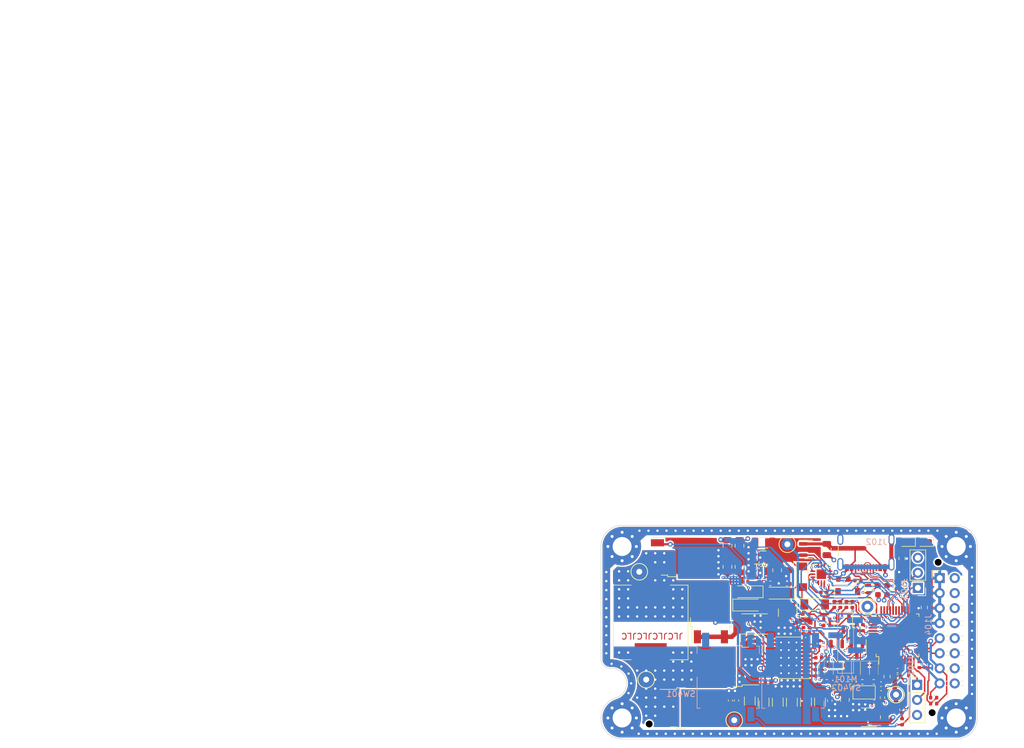
<source format=kicad_pcb>
(kicad_pcb (version 20211014) (generator pcbnew)
  (layers (0 "F.Cu" signal) (1 "In1.Cu" signal) (2 "In2.Cu" signal) (31 "B.Cu" signal) (34 "B.Paste" user) (35 "F.Paste" user) (36 "B.SilkS" user "B.Silkscreen") (37 "F.SilkS" user "F.Silkscreen") (38 "B.Mask" user) (39 "F.Mask" user) (44 "Edge.Cuts" user))
  (net 0 "")
  (net 1 "/VBUS_CONN")
  (net 2 "GND")
  (net 3 "/CC1")
  (net 4 "/CC2")
  (net 5 "IN")
  (net 6 "+5V")
  (net 7 "SHIELD")
  (net 8 "/VBUS_SENSE")
  (net 9 "/MIC_MCU")
  (net 10 "+3V3")
  (net 11 "/LEDOUT_0")
  (net 12 "/LEDOUT_1")
  (net 13 "/USBPD_ENA")
  (net 14 "/~{FLT}_MCU")
  (net 15 "/~{DB}_MCU")
  (net 16 "/LEDOUT_2")
  (net 17 "/DEBUG_UART_TX")
  (net 18 "/CC2_MCU")
  (net 19 "/CC1_MCU")
  (net 20 "/LEDOUT_3")
  (net 22 "/USB_DATA_P")
  (net 23 "/USB_DATA_N")
  (net 24 "/USB_DATA_MCU_P")
  (net 25 "/USB_DATA_MCU_N")
  (net 26 "/IN_GD")
  (net 27 "/VBUS_CTRL")
  (net 28 "/DEBUG_UART_RX")
  (net 29 "/SWD_SWDIO")
  (net 30 "/SWD_SWCLK")
  (net 31 "/Power/Power LEDS/5vled")
  (net 32 "/Power/Power LEDS/3v3led")
  (net 33 "/LED1")
  (net 34 "/LED2")
  (net 35 "/Power/VIN")
  (net 37 "/Power/VIN_SENSE")
  (net 38 "/Power/5V_Sense")
  (net 39 "/Power/HB")
  (net 40 "/Power/HS")
  (net 41 "/Power/COMP")
  (net 42 "/Power/FB")
  (net 43 "/Power/COMP_filter")
  (net 44 "/Power/dcdc_coil")
  (net 45 "/Power/CS")
  (net 46 "/Power/HO")
  (net 47 "/Power/LO")
  (net 48 "/Power/EN")
  (net 49 "/Power/OVLO")
  (net 50 "/Power/SS")
  (net 51 "/Power/RAMP")
  (net 52 "/Power/RT")
  (net 53 "/Power/VCC")
  (net 54 "/GATE")
  (net 55 "Net-(D303-Pad2)")
  (net 56 "/Power/Power LEDS/9v_gate")
  (net 57 "/Power/Power LEDS/15v_gate")
  (net 58 "/Power/Power LEDS/20v_gate")
  (net 59 "/Power/Power LEDS/5v_gate")
  (net 60 "/Power/Power LEDS/5v_led_a")
  (net 61 "/Power/Power LEDS/5v_led_k")
  (net 62 "/Power/Power LEDS/9v_led_k")
  (net 63 "/Power/Power LEDS/9v_led_a")
  (net 64 "/Power/Power LEDS/15v_led_k")
  (net 65 "/Power/Power LEDS/15v_led_a")
  (net 66 "/Power/Power LEDS/20v_led_k")
  (net 67 "/Power/Power LEDS/20v_led_a")
  (net 68 "Net-(D310-Pad2)")
  (net 69 "/MCU_HID/MIC_OUT")
  (net 97 "Net-(D401-Pad2)")
  (net 98 "Net-(D402-Pad2)")
  (net 99 "/MCU_SW1")
  (net 100 "/MCU_SW2")
  (net 101 "Net-(U101-Pad45)")
  (net 102 "Net-(U101-Pad48)")
  (footprint "TestPoint:TestPoint_Keystone_5000-5004_Miniature" (layer "F.Cu") (at 136.398 92.456)
    (fp_text reference "TP102")
    (fp_text value "TestPoint")
  )
  (footprint "Resistor_SMD:R_0402_1005Metric" (layer "F.Cu") (at 125.476 94.234 -90)
    (fp_text reference "R309")
    (fp_text value "100k")
  )
  (footprint "Connector_PinHeader_2.54mm:PinHeader_1x03_P2.54mm_Vertical" (layer "F.Cu") (at 144.78 105.664)
    (fp_text reference "J101")
    (fp_text value "Conn_01x03_Male")
  )
  (footprint "Skrooter_footprints:LED_0603_1608Metric_smaller_silk" (layer "F.Cu") (at 131.3942 103.124 -90)
    (fp_text reference "D306")
    (fp_text value "Yellow")
  )
  (footprint "Diode_SMD:D_MiniMELF" (layer "F.Cu") (at 121.539 90.17 180)
    (fp_text reference "D303")
    (fp_text value "3v3V")
  )
  (footprint "Skrooter_footprints:LED_0603_1608Metric_smaller_silk" (layer "F.Cu") (at 132.9182 103.124 -90)
    (fp_text reference "D305")
    (fp_text value "Yellow")
  )
  (footprint "Inductor_SMD:L_12x12mm_H8mm" (layer "F.Cu") (at 99.822 95.12 -90)
    (fp_text reference "L201")
    (fp_text value "1.8uH")
  )
  (footprint "Capacitor_SMD:C_0402_1005Metric" (layer "F.Cu") (at 113.284 108.311836 90)
    (fp_text reference "C218")
    (fp_text value "470nF/10V")
  )
  (footprint "Resistor_SMD:R_0402_1005Metric" (layer "F.Cu") (at 138.938 107.823 -90)
    (fp_text reference "R401")
    (fp_text value "100k")
  )
  (footprint "Resistor_SMD:R_0402_1005Metric" (layer "F.Cu") (at 131.826 92.073 -90)
    (fp_text reference "R108")
    (fp_text value "1k5")
  )
  (footprint "Capacitor_SMD:C_1206_3216Metric" (layer "F.Cu") (at 121.2596 108.585 90)
    (fp_text reference "C215")
    (fp_text value "100uF/10V")
  )
  (footprint "Package_TO_SOT_SMD:TO-252-2" (layer "F.Cu") (at 105.156 83.947)
    (fp_text reference "Q201")
    (fp_text value "IRFR7440TRPBF")
  )
  (footprint "Capacitor_SMD:C_0805_2012Metric" (layer "F.Cu") (at 139.319 111.125 -90)
    (fp_text reference "C207")
    (fp_text value "2,2uF/50V")
  )
  (footprint "TestPoint:TestPoint_Keystone_5000-5004_Miniature" (layer "F.Cu") (at 122.8852 81.915)
    (fp_text reference "TP103")
    (fp_text value "TestPoint")
  )
  (footprint "Resistor_SMD:R_0402_1005Metric" (layer "F.Cu") (at 130.048 108.333 90)
    (fp_text reference "R203")
    (fp_text value "10k")
  )
  (footprint "Capacitor_SMD:C_0805_2012Metric" (layer "F.Cu") (at 112.776 82.169 90)
    (fp_text reference "C203")
    (fp_text value "10uF/50V")
  )
  (footprint "Resistor_SMD:R_0402_1005Metric" (layer "F.Cu") (at 133.858 92.075 -90)
    (fp_text reference "R208")
    (fp_text value "1k5")
  )
  (footprint "Resistor_SMD:R_0402_1005Metric" (layer "F.Cu") (at 132.842 92.075 90)
    (fp_text reference "R205")
    (fp_text value "10k")
  )
  (footprint "Package_TO_SOT_SMD:SOT-23" (layer "F.Cu") (at 122.936 93.472 -90)
    (fp_text reference "Q304")
    (fp_text value "2N7002")
  )
  (footprint "LED_SMD:LED_0603_1608Metric" (layer "F.Cu") (at 146.05 81.534 180)
    (fp_text reference "D402")
    (fp_text value "Blue")
  )
  (footprint "Resistor_SMD:R_0402_1005Metric" (layer "F.Cu") (at 131.572 105.156)
    (fp_text reference "R304")
    (fp_text value "150R")
  )
  (footprint "Package_TO_SOT_SMD:SOT-23" (layer "F.Cu") (at 131.191 99.695 -90)
    (fp_text reference "Q303")
    (fp_text value "2N7002")
  )
  (footprint "Capacitor_SMD:C_0805_2012Metric" (layer "F.Cu") (at 121.158 86.299 -90)
    (fp_text reference "C221")
    (fp_text value "10uF/50V")
  )
  (footprint "Resistor_SMD:R_2512_6332Metric" (layer "F.Cu") (at 117.348 95.377)
    (fp_text reference "R202")
    (fp_text value "7mR")
  )
  (footprint "Resistor_SMD:R_0402_1005Metric" (layer "F.Cu") (at 128.143 103.124)
    (fp_text reference "R204")
    (fp_text value "10k")
  )
  (footprint "Capacitor_SMD:C_0402_1005Metric" (layer "F.Cu") (at 114.3 108.311836 90)
    (fp_text reference "C217")
    (fp_text value "470nF/10V")
  )
  (footprint "Package_DFN_QFN:WDFN-8-1EP_2x2mm_P0.5mm_EP0.8x1.2mm" (layer "F.Cu") (at 118.3005 86.753)
    (fp_text reference "U204")
    (fp_text value "WS3222D")
  )
  (footprint "Resistor_SMD:R_0402_1005Metric" (layer "F.Cu") (at 133.5044 105.156 180)
    (fp_text reference "R303")
    (fp_text value "150R")
  )
  (footprint "Skrooter_footprints:LED_0603_1608Metric_smaller_silk" (layer "F.Cu") (at 129.8702 103.124 -90)
    (fp_text reference "D307")
    (fp_text value "Yellow")
  )
  (footprint "Resistor_SMD:R_0402_1005Metric" (layer "F.Cu") (at 115.697 88.265 180)
    (fp_text reference "R213")
    (fp_text value "10k")
  )
  (footprint "Capacitor_SMD:C_0402_1005Metric" (layer "F.Cu") (at 128.1735 101.092)
    (fp_text reference "C209")
    (fp_text value "120pF/50V")
  )
  (footprint "Package_TO_SOT_SMD:TO-252-2" (layer "F.Cu") (at 106.68 109.601)
    (fp_text reference "D201")
    (fp_text value "MBR20150CD")
  )
  (footprint "Resistor_SMD:R_0402_1005Metric" (layer "F.Cu") (at 137.4648 105.156 180)
    (fp_text reference "R306")
    (fp_text value "150R")
  )
  (footprint "Skrooter_footprints:LED_0603_1608Metric_smaller_silk" (layer "F.Cu") (at 137.4902 103.124 -90)
    (fp_text reference "D309")
    (fp_text value "Yellow")
  )
  (footprint "TestPoint:TestPoint_Keystone_5000-5004_Miniature" (layer "F.Cu") (at 113.919 111.633)
    (fp_text reference "TP101")
    (fp_text value "TestPoint")
  )
  (footprint "Resistor_SMD:R_0402_1005Metric" (layer "F.Cu") (at 147.574 107.823 180)
    (fp_text reference "R104")
    (fp_text value "470R")
  )
  (footprint "Capacitor_SMD:C_0603_1608Metric" (layer "F.Cu") (at 138.176 89.662 -90)
    (fp_text reference "C107")
    (fp_text value "200pf/50V")
  )
  (footprint "TestPoint:TestPoint_Keystone_5000-5004_Miniature" (layer "F.Cu") (at 99.06 104.775)
    (fp_text reference "TP203")
    (fp_text value "TestPoint")
  )
  (footprint "MountingHole:MountingHole_3.2mm_M3_Pad_Via" (layer "F.Cu") (at 151.384 82.296)
    (fp_text reference "H102")
    (fp_text value "MountingHole_Pad")
  )
  (footprint "Connector_USB:USB_C_Receptacle_GCT_USB4105-xx-A_16P_TopMnt_Horizontal" (layer "F.Cu") (at 136.144 82.1944 180)
    (fp_text reference "J102")
    (fp_text value "USB_C_Receptacle")
  )
  (footprint "Diode_SMD:D_MiniMELF" (layer "F.Cu") (at 116.2304 89.9414 180)
    (fp_text reference "D310")
    (fp_text value "3v3V")
  )
  (footprint "JLC:JLC_toolinghole" (layer "F.Cu") (at 148.336 84.963)
    (fp_text reference "H106")
    (fp_text value "ToolingHole")
  )
  (footprint "Diode_SMD:D_MiniMELF" (layer "F.Cu") (at 116.2304 92.1766)
    (fp_text reference "D311")
    (fp_text value "3v3V")
  )
  (footprint "Package_TO_SOT_SMD:TO-252-2" (layer "F.Cu") (at 112.776 102.489 180)
    (fp_text reference "Q202")
    (fp_text value "IRFR7440TRPBF")
  )
  (footprint "Capacitor_SMD:C_0402_1005Metric" (layer "F.Cu") (at 126.608562 96.492 -90)
    (fp_text reference "C210")
    (fp_text value "120pF/50V")
  )
  (footprint "Capacitor_SMD:C_0402_1005Metric" (layer "F.Cu") (at 129.032 90.043)
    (fp_text reference "C105")
    (fp_text value "100nF/50V")
  )
  (footprint "Resistor_SMD:R_0402_1005Metric" (layer "F.Cu") (at 130.81 92.073 90)
    (fp_text reference "R106")
    (fp_text value "10k")
  )
  (footprint "Capacitor_SMD:C_1206_3216Metric" (layer "F.Cu") (at 128.397 108.585 90)
    (fp_text reference "C220")
    (fp_text value "100uF/10V")
  )
  (footprint "Diode_SMD:D_MiniMELF" (layer "F.Cu") (at 127.508 92.075)
    (fp_text reference "D302")
    (fp_text value "5.6V")
  )
  (footprint "Package_QFP:LQFP-48_7x7mm_P0.5mm" (layer "F.Cu") (at 141.478 97.282 90)
    (fp_text reference "U101")
    (fp_text value "STM32G0B1CBTx")
  )
  (footprint "Resistor_SMD:R_0603_1608Metric" (layer "F.Cu") (at 142.24 84.328 90)
    (fp_text reference "R404")
    (fp_text value "390R")
  )
  (footprint "Resistor_SMD:R_0402_1005Metric" (layer "F.Cu") (at 145.161 102.235 90)
    (fp_text reference "R101")
    (fp_text value "470R")
  )
  (footprint "Resistor_SMD:R_0603_1608Metric" (layer "F.Cu") (at 145.9992 92.6084 90)
    (fp_text reference "R405")
    (fp_text value "390R")
  )
  (footprint "TestPoint:TestPoint_Keystone_5000-5004_Miniature" (layer "F.Cu") (at 97.8916 86.5632)
    (fp_text reference "TP202")
    (fp_text value "TestPoint")
  )
  (footprint "Diode_SMD:D_MiniMELF" (layer "F.Cu") (at 125.349 87.404 -90)
    (fp_text reference "D301")
    (fp_text value "5.6V")
  )
  (footprint "Skrooter_footprints:LED_0603_1608Metric_smaller_silk" (layer "F.Cu") (at 134.4422 103.124 -90)
    (fp_text reference "D304")
    (fp_text value "Yellow")
  )
  (footprint "Resistor_SMD:R_0402_1005Metric" (layer "F.Cu") (at 129.54 95.631 180)
    (fp_text reference "R308")
    (fp_text value "100k")
  )
  (footprint "Capacitor_SMD:C_0805_2012Metric" (layer "F.Cu") (at 112.776 85.725 -90)
    (fp_text reference "C201")
    (fp_text value "10uF/50V")
  )
  (footprint "Resistor_SMD:R_0402_1005Metric" (layer "F.Cu") (at 129.54 105.156 180)
    (fp_text reference "R305")
    (fp_text value "150R")
  )
  (footprint "Capacitor_SMD:C_1206_3216Metric" (layer "F.Cu") (at 126.0348 108.585 90)
    (fp_text reference "C219")
    (fp_text value "100uF/10V")
  )
  (footprint "Package_TO_SOT_SMD:SOT-23-3" (layer "F.Cu") (at 136.144 111.125 180)
    (fp_text reference "U202")
    (fp_text value "XC6206PxxxMR")
  )
  (footprint "Capacitor_SMD:C_0805_2012Metric" (layer "F.Cu") (at 114.808 85.725 -90)
    (fp_text reference "C222")
    (fp_text value "10uF/50V")
  )
  (footprint "Capacitor_SMD:C_0402_1005Metric" (layer "F.Cu") (at 117.094 98.298 180)
    (fp_text reference "C212")
    (fp_text value "1uF/25V")
  )
  (footprint "Resistor_SMD:R_0603_1608Metric" (layer "F.Cu") (at 132.334 87.7824 180)
    (fp_text reference "R107")
    (fp_text value "620R")
  )
  (footprint "Resistor_SMD:R_0402_1005Metric" (layer "F.Cu") (at 134.7978 88.0364 180)
    (fp_text reference "R105")
    (fp_text value "10k")
  )
  (footprint "MountingHole:MountingHole_3.2mm_M3_Pad_Via" (layer "F.Cu") (at 94.996 82.296)
    (fp_text reference "H101")
    (fp_text value "MountingHole_Pad")
  )
  (footprint "Capacitor_SMD:C_0402_1005Metric" (layer "F.Cu") (at 138.684 106.299)
    (fp_text reference "C402")
    (fp_text value "100nF/50V")
  )
  (footprint "JLC:JLC_toolinghole" (layer "F.Cu") (at 147.32 110.363)
    (fp_text reference "H107")
    (fp_text value "ToolingHole")
  )
  (footprint "Resistor_SMD:R_0402_1005Metric" (layer "F.Cu") (at 135.636 96.012 90)
    (fp_text reference "R209")
    (fp_text value "1k5")
  )
  (footprint "Resistor_SMD:R_0402_1005Metric" (layer "F.Cu") (at 128.143 102.108 180)
    (fp_text reference "R201")
    (fp_text value "1M")
  )
  (footprint "Resistor_SMD:R_0402_1005Metric" (layer "F.Cu") (at 134.62 96.012 -90)
    (fp_text reference "R206")
    (fp_text value "1k")
  )
  (footprint "Resistor_SMD:R_0402_1005Metric" (layer "F.Cu") (at 125.592562 96.492 -90)
    (fp_text reference "R210")
    (fp_text value "18k")
  )
  (footprint "Resistor_SMD:R_0402_1005Metric" (layer "F.Cu") (at 142.24 111.887 -90)
    (fp_text reference "R402")
    (fp_text value "10k")
  )
  (footprint "Capacitor_SMD:C_0402_1005Metric" (layer "F.Cu") (at 124.576562 96.492 -90)
    (fp_text reference "C211")
    (fp_text value "10nF/50V")
  )
  (footprint "Resistor_SMD:R_0402_1005Metric" (layer "F.Cu") (at 126.492 94.234 -90)
    (fp_text reference "R310")
    (fp_text value "100k")
  )
  (footprint "TestPoint:TestPoint_Keystone_5000-5004_Miniature" (layer "F.Cu") (at 141.224 107.315)
    (fp_text reference "TP201")
    (fp_text value "TestPoint")
  )
  (footprint "Resistor_SMD:R_0402_1005Metric" (layer "F.Cu") (at 135.5344 105.156)
    (fp_text reference "R302")
    (fp_text value "150R")
  )
  (footprint "Capacitor_SMD:C_0402_1005Metric" (layer "F.Cu") (at 137.541 108.585 180)
    (fp_text reference "C401")
    (fp_text value "100nF/50V")
  )
  (footprint "Package_SO:HTSSOP-20-1EP_4.4x6.5mm_P0.65mm_EP3.4x6.5mm_Mask2.75x3.43mm_ThermalVias" (layer "F.Cu") (at 123.1215 101.092 180)
    (fp_text reference "U201")
    (fp_text value "LM25118")
  )
  (footprint "Package_TO_SOT_SMD:SOT-23" (layer "F.Cu") (at 132.334 95.377 -90)
    (fp_text reference "Q301")
    (fp_text value "2N7002")
  )
  (footprint "Connector_PinHeader_2.54mm:PinHeader_2x08_P2.54mm_Horizontal" (layer "F.Cu") (at 148.59 87.63)
    (fp_text reference "J104")
    (fp_text value "Conn_02x05_Odd_Even")
  )
  (footprint "Capacitor_SMD:C_0805_2012Metric" (layer "F.Cu") (at 123.19 85.344 -90)
    (fp_text reference "C103")
    (fp_text value "2,2uF/50V")
  )
  (footprint "Capacitor_SMD:C_0402_1005Metric" (layer "F.Cu") (at 119.634 105.156)
    (fp_text reference "C205")
    (fp_text value "100n/16V")
  )
  (footprint "Capacitor_SMD:C_0402_1005Metric" (layer "F.Cu") (at 141.478 103.251)
    (fp_text reference "C102")
    (fp_text value "100n/16V")
  )
  (footprint "Resistor_SMD:R_0402_1005Metric" (layer "F.Cu") (at 122.809 88.5952)
    (fp_text reference "R311")
    (fp_text value "100k")
  )
  (footprint "Package_TO_SOT_SMD:SOT-23" (layer "F.Cu") (at 126.492 82.804)
    (fp_text reference "Q101")
    (fp_text value "AO3400A")
  )
  (footprint "Skrooter_footprints:TVS_ESDA25P35-1U1M" (layer "F.Cu") (at 136.6012 89.4842 -90)
    (fp_text reference "D102")
    (fp_text value "ESDA25P35-1U1M")
  )
  (footprint "Capacitor_SMD:C_1206_3216Metric" (layer "F.Cu") (at 116.5352 108.3818 90)
    (fp_text reference "C213")
    (fp_text value "100uF/10V")
  )
  (footprint "Resistor_SMD:R_0402_1005Metric" (layer "F.Cu") (at 130.554 106.68)
    (fp_text reference "R207")
    (fp_text value "3.24k")
  )
  (footprint "Package_TO_SOT_SMD:TO-252-2" (layer "F.Cu") (at 109.982 93.345 90)
    (fp_text reference "D202")
    (fp_text value "MBR20150CD")
  )
  (footprint "MountingHole:MountingHole_3.2mm_M3_Pad_Via" (layer "F.Cu") (at 94.996 111.252)
    (fp_text reference "H103")
    (fp_text value "MountingHole_Pad")
  )
  (footprint "Capacitor_SMD:C_0603_1608Metric" (layer "F.Cu") (at 139.7 89.662 -90)
    (fp_text reference "C106")
    (fp_text value "200pf/50V")
  )
  (footprint "Capacitor_SMD:C_0805_2012Metric" (layer "F.Cu") (at 132.588 108.204 90)
    (fp_text reference "C206")
    (fp_text value "2,2uF/50V")
  )
  (footprint "Resistor_SMD:R_0603_1608Metric" (layer "F.Cu") (at 139.7 104.267 90)
    (fp_text reference "R307")
    (fp_text value "68R")
  )
  (footprint "LED_SMD:LED_0603_1608Metric" (layer "F.Cu") (at 143.002 81.534 180)
    (fp_text reference "D401")
    (fp_text value "Blue")
  )
  (footprint "Diode_SMD:D_SOD-123" (layer "F.Cu") (at 133.096 89.916)
    (fp_text reference "D101")
    (fp_text value "B5819W SL")
  )
  (footprint "Capacitor_SMD:C_0402_1005Metric" (layer "F.Cu") (at 128.27 98.679 90)
    (fp_text reference "C208")
    (fp_text value "22nF/50V")
  )
  (footprint "Skrooter_footprints:AP3722AT" (layer "F.Cu") (at 137.16 107.509 -90)
    (fp_text reference "U401")
    (fp_text value "AP3722AT")
  )
  (footprint "Skrooter_footprints:LED_0603_1608Metric_smaller_silk" (layer "F.Cu") (at 135.9662 103.124 -90)
    (fp_text reference "D308")
    (fp_text value "Yellow")
  )
  (footprint "Package_DFN_QFN:WDFN-8-1EP_2x2mm_P0.5mm_EP0.8x1.2mm" (layer "F.Cu") (at 118.3005 84.162)
    (fp_text reference "U203")
    (fp_text value "WS3222D")
  )
  (footprint "Capacitor_SMD:C_1206_3216Metric" (layer "F.Cu") (at 123.6472 108.585 90)
    (fp_text reference "C216")
    (fp_text value "100uF/10V")
  )
  (footprint "Package_DFN_QFN:QFN-12-1EP_3x3mm_P0.5mm_EP1.6x1.6mm" (layer "F.Cu") (at 128.632 86.976 180)
    (fp_text reference "U103")
    (fp_text value "TCPP01-M12")
  )
  (footprint "Resistor_SMD:R_0402_1005Metric" (layer "F.Cu") (at 146.177 102.235 90)
    (fp_text reference "R102")
    (fp_text value "470R")
  )
  (footprint "Capacitor_SMD:C_0805_2012Metric" (layer "F.Cu") (at 114.808 82.169 90)
    (fp_text reference "C202")
    (fp_text value "10uF/50V")
  )
  (footprint "Resistor_SMD:R_1206_3216Metric" (layer "F.Cu") (at 118.872 81.661 180)
    (fp_text reference "R211")
    (fp_text value "100R")
  )
  (footprint "Resistor_SMD:R_0402_1005Metric" (layer "F.Cu") (at 147.574 108.839)
    (fp_text reference "R103")
    (fp_text value "470R")
  )
  (footprint "Package_TO_SOT_SMD:SOT-666" (layer "F.Cu") (at 141.739946 88.646 90)
    (fp_text reference "U102")
    (fp_text value "USBLC6-2P6")
  )
  (footprint "Resistor_SMD:R_0402_1005Metric" (layer "F.Cu") (at 142.24 109.855 90)
    (fp_text reference "R403")
    (fp_text value "10k")
  )
  (footprint "MountingHole:MountingHole_3.2mm_M3_Pad_Via" (layer "F.Cu") (at 151.384 111.252)
    (fp_text reference "H104")
    (fp_text value "MountingHole_Pad")
  )
  (footprint "Package_TO_SOT_SMD:SOT-23" (layer "F.Cu") (at 134.62 99.695 -90)
    (fp_text reference "Q302")
    (fp_text value "2N7002")
  )
  (footprint "Resistor_SMD:R_0402_1005Metric" (layer "F.Cu") (at 129.54 94.615)
    (fp_text reference "R301")
    (fp_text value "68k")
  )
  (footprint "Connector_PinHeader_2.54mm:PinHeader_1x03_P2.54mm_Vertical" (layer "F.Cu") (at 144.907 89.281 180)
    (fp_text reference "J103")
    (fp_text value "Conn_01x03_Male")
  )
  (footprint "Capacitor_SMD:C_0805_2012Metric" (layer "F.Cu") (at 129.54 82.804 -90)
    (fp_text reference "C104")
    (fp_text value "2,2uF/50V")
  )
  (footprint "JLC:JLC_toolinghole" (layer "F.Cu") (at 99.568 112.268)
    (fp_text reference "H105")
    (fp_text value "ToolingHole")
  )
  (footprint "Resistor_SMD:R_0402_1005Metric" (layer "F.Cu") (at 120.015 88.519 180)
    (fp_text reference "R212")
    (fp_text value "18k")
  )
  (footprint "Capacitor_SMD:C_1206_3216Metric" (layer "F.Cu") (at 118.872 108.585 90)
    (fp_text reference "C214")
    (fp_text value "100uF/10V")
  )
  (footprint "Capacitor_SMD:C_0402_1005Metric" (layer "F.Cu") (at 128.1684 104.14)
    (fp_text reference "C204")
    (fp_text value "100nF/50V")
  )
  (footprint "Capacitor_SMD:C_0402_1005Metric" (layer "F.Cu") (at 141.478 104.267)
    (fp_text reference "C101")
    (fp_text value "4.7uF/10V")
  )
  (footprint "Button_Switch_SMD:SW_MEC_5GSH9" (layer "B.Cu") (at 123.825 104.367)
    (fp_text reference "SW402")
    (fp_text value "SW_MEC_5E")
  )
  (footprint "Connector_PinHeader_2.54mm:PinHeader_1x04_P2.54mm_Vertical_SMD_Pin1Left" (layer "B.Cu") (at 132.711 98.552)
    (fp_text reference "M101")
    (fp_text value "Fan_4pin")
  )
  (footprint "Button_Switch_SMD:SW_MEC_5GSH9" (layer "B.Cu") (at 112.903 104.367)
    (fp_text reference "SW401")
    (fp_text value "SW_MEC_5E")
  )
  (gr_line (start 93.218 102.87) (end 92.964 102.87) (layer "Edge.Cuts") (width 0.1))
  (gr_arc (start 91.44 111.252) (mid 92.051393 109.258404) (end 93.675335 107.950337) (layer "Edge.Cuts") (width 0.1))
  (gr_line (start 151.384 114.808) (end 94.996 114.808) (layer "Edge.Cuts") (width 0.1))
  (gr_arc (start 154.94 111.252) (mid 153.898472 113.766472) (end 151.384 114.808) (layer "Edge.Cuts") (width 0.1))
  (gr_line (start 94.996 78.74) (end 151.384 78.74) (layer "Edge.Cuts") (width 0.1))
  (gr_line (start 154.94 82.296) (end 154.94 111.252) (layer "Edge.Cuts") (width 0.1))
  (gr_arc (start 151.384 78.74) (mid 153.898472 79.781528) (end 154.94 82.296) (layer "Edge.Cuts") (width 0.1))
  (gr_arc (start 92.964 102.87) (mid 91.886369 102.423631) (end 91.44 101.346) (layer "Edge.Cuts") (width 0.1))
  (gr_arc (start 91.44 82.296) (mid 92.481528 79.781528) (end 94.996 78.74) (layer "Edge.Cuts") (width 0.1))
  (gr_line (start 94.249592 107.731081) (end 93.675335 107.950337) (layer "Edge.Cuts") (width 0.1))
  (gr_arc (start 93.218 102.87) (mid 95.702668 104.882717) (end 94.249592 107.731081) (layer "Edge.Cuts") (width 0.1))
  (gr_line (start 91.44 101.346) (end 91.44 82.296) (layer "Edge.Cuts") (width 0.1))
  (gr_arc (start 94.996 114.808) (mid 92.481528 113.766472) (end 91.44 111.252) (layer "Edge.Cuts") (width 0.1))
  (gr_text "JLCJLCJLCJLC" (at 100.076 97.409 180) (layer "F.Cu") (effects (font (size 1 1.016) (thickness 0.1524))))
  (segment (start 136.6012 88.8592) (end 136.1306 88.8592) (width 0.25) (layer "F.Cu") (net 1))
  (segment (start 135.3078 87.6248) (end 135.3078 88.0364) (width 0.25) (layer "F.Cu") (net 1))
  (segment (start 134.3156 84.73058) (end 134.3156 82.6004) (width 0.254) (layer "F.Cu") (net 1))
  (segment (start 138.544 85.8744) (end 138.544 85.30218) (width 0.254) (layer "F.Cu") (net 1))
  (segment (start 134.746 89.916) (end 134.746 88.5982) (width 0.25) (layer "F.Cu") (net 1))
  (segment (start 133.744 85.8744) (end 133.744 86.6994) (width 0.25) (layer "F.Cu") (net 1))
  (segment (start 134.3626 87.318) (end 135.001 87.318) (width 0.25) (layer "F.Cu") (net 1))
  (segment (start 125.5545 81.854) (end 129.54 81.854) (width 0.508) (layer "F.Cu") (net 1))
  (segment (start 130.2864 82.6004) (end 135.84222 82.6004) (width 0.762) (layer "F.Cu") (net 1))
  (segment (start 134.746 88.5982) (end 135.3078 88.0364) (width 0.25) (layer "F.Cu") (net 1))
  (segment (start 138.544 85.30218) (end 135.84222 82.6004) (width 0.254) (layer "F.Cu") (net 1))
  (segment (start 133.744 85.8744) (end 133.744 85.30218) (width 0.254) (layer "F.Cu") (net 1))
  (segment (start 133.744 85.30218) (end 134.3156 84.73058) (width 0.254) (layer "F.Cu") (net 1))
  (segment (start 133.744 86.6994) (end 134.3626 87.318) (width 0.25) (layer "F.Cu") (net 1))
  (segment (start 135.001 87.318) (end 135.3078 87.6248) (width 0.25) (layer "F.Cu") (net 1))
  (segment (start 136.1306 88.8592) (end 135.3078 88.0364) (width 0.25) (layer "F.Cu") (net 1))
  (segment (start 129.54 81.854) (end 130.2864 82.6004) (width 0.762) (layer "F.Cu") (net 1))
  (segment (start 139.344 85.8744) (end 139.344 87.02) (width 0.381) (layer "F.Cu") (net 2))
  (segment (start 128.712497 100.518497) (end 128.6535 100.577494) (width 0.381) (layer "F.Cu") (net 2))
  (segment (start 139.7965 112.075) (end 139.319 112.075) (width 0.762) (layer "F.Cu") (net 2))
  (segment (start 139.344 87.02) (end 139.446 87.122) (width 0.381) (layer "F.Cu") (net 2))
  (segment (start 141.728 102.513) (end 141.958 102.743) (width 0.25) (layer "F.Cu") (net 2))
  (segment (start 131.318 107.696) (end 131.76 107.254) (width 0.381) (layer "F.Cu") (net 2))
  (segment (start 137.4902 102.3365) (end 136.7537 102.3365) (width 0.254) (layer "F.Cu") (net 2))
  (segment (start 141.714946 89.14419) (end 142.156818 88.702318) (width 0.25) (layer "F.Cu") (net 2))
  (segment (start 130.747156 86.976) (end 131.071812 86.651344) (width 0.254) (layer "F.Cu") (net 2))
  (segment (start 131.509 87.7824) (end 131.509 87.680612) (width 0.25) (layer "F.Cu") (net 2))
  (segment (start 112.776 81.219) (end 111.727 81.219) (width 0.762) (layer "F.Cu") (net 2))
  (segment (start 137.188 108.7146) (end 135.9824 107.509) (width 0.254) (layer "F.Cu") (net 2))
  (segment (start 130.0695 86.976) (end 128.632 86.976) (width 0.254) (layer "F.Cu") (net 2))
  (segment (start 129.54 83.754) (end 129.922874 83.754) (width 0.381) (layer "F.Cu") (net 2))
  (segment (start 133.858 93.056481) (end 133.9535 93.151981) (width 0.25) (layer "F.Cu") (net 2))
  (segment (start 128.6535 100.577494) (end 128.6535 101.092) (width 0.381) (layer "F.Cu") (net 2))
  (segment (start 131.826 92.676219) (end 131.361261 93.140958) (width 0.254) (layer "F.Cu") (net 2))
  (segment (start 129.859291 89.723709) (end 129.859291 88.786842) (width 0.254) (layer "F.Cu") (net 2))
  (segment (start 141.714946 89.546) (end 141.714946 89.14419) (width 0.25) (layer "F.Cu") (net 2))
  (segment (start 136.019 95.885) (end 135.636 95.502) (width 0.25) (layer "F.Cu") (net 2))
  (segment (start 128.27 98.199) (end 128.679 98.199) (width 0.25) (layer "F.Cu") (net 2))
  (segment (start 132.944 86.245612) (end 132.334 86.855612) (width 0.381) (layer "F.Cu") (net 2))
  (segment (start 129.512 90.043) (end 129.54 90.043) (width 0.254) (layer "F.Cu") (net 2))
  (segment (start 141.728 101.6985) (end 141.728 102.513) (width 0.25) (layer "F.Cu") (net 2))
  (segment (start 130.81 94.3615) (end 131.306 94.3615) (width 0.254) (layer "F.Cu") (net 2))
  (segment (start 141.958 104.267) (end 141.958 103.251) (width 0.381) (layer "F.Cu") (net 2))
  (segment (start 131.76 107.254) (end 132.588 107.254) (width 0.381) (layer "F.Cu") (net 2))
  (segment (start 134.5 106.359) (end 134.5 107.509) (width 0.254) (layer "F.Cu") (net 2))
  (segment (start 128.60754 95.631) (end 128.434555 95.458015) (width 0.25) (layer "F.Cu") (net 2))
  (segment (start 130.7919 99.312189) (end 130.241 98.761289) (width 0.254) (layer "F.Cu") (net 2))
  (segment (start 128.653 103.124) (end 129.2425 103.124) (width 0.254) (layer "F.Cu") (net 2))
  (segment (start 122.682 87.2998) (end 123.19 86.7918) (width 0.381) (layer "F.Cu") (net 2))
  (segment (start 132.594808 99.832692) (end 133.67 98.7575) (width 0.2032) (layer "F.Cu") (net 2))
  (segment (start 137.2815 112.075) (end 139.319 112.075) (width 0.762) (layer "F.Cu") (net 2))
  (segment (start 142.593 104.902) (end 141.958 104.267) (width 0.381) (layer "F.Cu") (net 2))
  (segment (start 133.858 92.585) (end 133.858 93.056481) (width 0.25) (layer "F.Cu") (net 2))
  (segment (start 139.211056 91.370429) (end 139.211056 90.925944) (width 0.25) (layer "F.Cu") (net 2))
  (segment (start 142.748 104.902) (end 142.593 104.902) (width 0.381) (layer "F.Cu") (net 2))
  (segment (start 137.16 109.22) (end 137.188 109.192) (width 0.254) (layer "F.Cu") (net 2))
  (segment (start 138.176 91.186) (end 138.176 90.437) (width 0.25) (layer "F.Cu") (net 2))
  (segment (start 123.19 86.7918) (end 123.19 86.294) (width 0.381) (layer "F.Cu") (net 2))
  (segment (start 129.922874 83.754) (end 130.739183 84.570309) (width 0.381) (layer "F.Cu") (net 2))
  (segment (start 130.241 98.761289) (end 130.241 98.7575) (width 0.254) (layer "F.Cu") (net 2))
  (segment (start 130.0695 86.976) (end 130.747156 86.976) (width 0.254) (layer "F.Cu") (net 2))
  (segment (start 123.319 88.506134) (end 123.319 88.5952) (width 0.254) (layer "F.Cu") (net 2))
  (segment (start 142.156818 88.702318) (end 142.691682 88.702318) (width 0.25) (layer "F.Cu") (net 2))
  (segment (start 137.188 109.192) (end 137.188 108.7146) (width 0.254) (layer "F.Cu") (net 2))
  (segment (start 136.6012 90.1092) (end 135.7022 90.1092) (width 0.25) (layer "F.Cu") (net 2))
  (segment (start 141.958 102.743) (end 141.958 103.251) (width 0.25) (layer "F.Cu") (net 2))
  (segment (start 136.1535 95.885) (end 136.019 95.885) (width 0.25) (layer "F.Cu") (net 2))
  (segment (start 132.594657 99.832692) (end 132.594808 99.832692) (width 0.2032) (layer "F.Cu") (net 2))
  (segment (start 114.808 81.219) (end 115.9612 81.219) (width 0.25) (layer "F.Cu") (net 2))
  (segment (start 122.857925 88.045059) (end 123.319 88.506134) (width 0.254) (layer "F.Cu") (net 2))
  (segment (start 128.679 98.199) (end 129.032 98.552) (width 0.25) (layer "F.Cu") (net 2))
  (segment (start 139.067 108.333) (end 139.446 108.712) (width 0.254) (layer "F.Cu") (net 2))
  (segment (start 121.986 92.5345) (end 121.986 94.041) (width 0.2032) (layer "F.Cu") (net 2))
  (segment (start 131.826 92.583) (end 131.826 92.676219) (width 0.254) (layer "F.Cu") (net 2))
  (segment (start 131.064 106.828025) (end 131.064 106.68) (width 0.254) (layer "F.Cu") (net 2))
  (segment (start 135.9824 107.509) (end 134.5 107.509) (width 0.254) (layer "F.Cu") (net 2))
  (segment (start 121.4295 87.5205) (end 121.4295 88.519) (width 0.381) (layer "F.Cu") (net 2))
  (segment (start 111.727 81.219) (end 111.633 81.125) (width 0.762) (layer "F.Cu") (net 2))
  (segment (start 138.303 91.313) (end 138.176 91.186) (width 0.25) (layer "F.Cu") (net 2))
  (segment (start 129.54 90.043) (end 129.859291 89.723709) (width 0.254) (layer "F.Cu") (net 2))
  (segment (start 141.739946 89.571) (end 141.714946 89.546) (width 0.25) (layer "F.Cu") (net 2))
  (segment (start 128.6484 104.5034) (end 128.34868 104.80312) (width 0.254) (layer "F.Cu") (net 2))
  (segment (start 131.509 87.680612) (end 132.334 86.855612) (width 0.25) (layer "F.Cu") (net 2))
  (segment (start 128.6484 104.14) (end 128.6484 104.5034) (width 0.254) (layer "F.Cu") (net 2))
  (segment (start 138.938 108.333) (end 139.067 108.333) (width 0.254) (layer "F.Cu") (net 2))
  (segment (start 140.716 111.1555) (end 139.7965 112.075) (width 0.762) (layer "F.Cu") (net 2))
  (segment (start 132.944 85.8744) (end 132.944 86.245612) (width 0.381) (layer "F.Cu") (net 2))
  (segment (start 121.158 87.249) (end 121.4295 87.5205) (width 0.381) (layer "F.Cu") (net 2))
  (segment (start 136.7537 102.3365) (end 135.9662 102.3365) (width 0.254) (layer "F.Cu") (net 2))
  (segment (start 129.03 95.631) (end 128.60754 95.631) (width 0.25) (layer "F.Cu") (net 2))
  (segment (start 139.211056 90.925944) (end 139.7 90.437) (width 0.25) (layer "F.Cu") (net 2))
  (segment (start 135.7022 90.1092) (end 135.636 90.043) (width 0.25) (layer "F.Cu") (net 2))
  (segment (start 142.691682 88.702318) (end 142.699649 88.694352) (width 0.25) (layer "F.Cu") (net 2))
  (segment (start 131.306 94.3615) (end 131.384 94.4395) (width 0.254) (layer "F.Cu") (net 2))
  (segment (start 130.663 107.229025) (end 131.064 106.828025) (width 0.254) (layer "F.Cu") (net 2))
  (via (at 118.11 85.471) (size 0.45) (drill 0.2) (layers "F.Cu" "B.Cu") (net 2))
  (via (at 118.364 94.996) (size 0.8) (drill 0.4) (layers "F.Cu" "B.Cu") (net 2))
  (via (at 120.904 105.918) (size 0.8) (drill 0.4) (layers "F.Cu" "B.Cu") (net 2))
  (via (at 122.682 87.2998) (size 0.8) (drill 0.4) (layers "F.Cu" "B.Cu") (net 2))
  (via (at 114.808 104.14) (size 0.8) (drill 0.4) (layers "F.Cu" "B.Cu") (net 2))
  (via (at 139.446 108.712) (size 0.45) (drill 0.2) (layers "F.Cu" "B.Cu") (net 2))
  (via (at 116.84 102.362) (size 0.8) (drill 0.4) (layers "F.Cu" "B.Cu") (net 2))
  (via (at 140.716 111.1555) (size 0.8) (drill 0.4) (layers "F.Cu" "B.Cu") (net 2))
  (via (at 121.412 97.028) (size 0.8) (drill 0.4) (layers "F.Cu" "B.Cu") (net 2))
  (via (at 131.361261 93.140958) (size 0.45) (drill 0.2) (layers "F.Cu" "B.Cu") (net 2))
  (via (at 128.712497 100.518497) (size 0.45) (drill 0.2) (layers "F.Cu" "B.Cu") (net 2))
  (via (at 132.334 86.855612) (size 0.8) (drill 0.4) (layers "F.Cu" "B.Cu") (net 2))
  (via (at 113.538 88.011) (size 0.45) (drill 0.2) (layers "F.Cu" "B.Cu") (net 2))
  (via (at 138.303 91.313) (size 0.8) (drill 0.4) (layers "F.Cu" "B.Cu") (net 2))
  (via (at 118.3005 86.753) (size 0.8) (drill 0.4) (layers "F.Cu" "B.Cu") (net 2))
  (via (at 114.046 88.519) (size 0.45) (drill 0.2) (layers "F.Cu" "B.Cu") (net 2))
  (via (at 139.446 87.122) (size 0.8) (drill 0.4) (layers "F.Cu" "B.Cu") (net 2))
  (via (at 118.364 96.012) (size 0.8) (drill 0.4) (layers "F.Cu" "B.Cu") (net 2))
  (via (at 117.856 101.346) (size 0.8) (drill 0.4) (layers "F.Cu" "B.Cu") (net 2))
  (via (at 111.633 81.125) (size 0.8) (drill 0.4) (layers "F.Cu" "B.Cu") (net 2))
  (via (at 130.81 94.3615) (size 0.45) (drill 0.2) (layers "F.Cu" "B.Cu") (net 2))
  (via (at 129.859291 88.786842) (size 0.45) (drill 0.2) (layers "F.Cu" "B.Cu") (net 2))
  (via (at 112.014 87.503) (size 0.45) (drill 0.2) (layers "F.Cu" "B.Cu") (net 2))
  (via (at 122.857925 88.045059) (size 0.45) (drill 0.2) (layers "F.Cu" "B.Cu") (net 2))
  (via (at 113.03 87.503) (size 0.45) (drill 0.2) (layers "F.Cu" "B.Cu") (net 2))
  (via (at 118.3005 84.162) (size 0.8) (drill 0.4) (layers "F.Cu" "B.Cu") (net 2))
  (via (at 115.824 101.346) (size 0.8) (drill 0.4) (layers "F.Cu" "B.Cu") (net 2))
  (via (at 112.522 87.503) (size 0.45) (drill 0.2) (layers "F.Cu" "B.Cu") (net 2))
  (via (at 118.11 83.185) (size 0.45) (drill 0.2) (layers "F.Cu" "B.Cu") (net 2))
  (via (at 114.554 88.519) (size 0.45) (drill 0.2) (layers "F.Cu" "B.Cu") (net 2))
  (via (at 142.748 104.902) (size 0.8) (drill 0.4) (layers "F.Cu" "B.Cu") (net 2))
  (via (at 129.032 98.552) (size 0.45) (drill 0.2) (layers "F.Cu" "B.Cu") (net 2))
  (via (at 113.03 106.68) (size 0.8) (drill 0.4) (layers "F.Cu" "B.Cu") (net 2))
  (via (at 131.071812 86.651344) (size 0.8) (drill 0.4) (layers "F.Cu" "B.Cu") (net 2))
  (via (at 115.824 102.362) (size 0.8) (drill 0.4) (layers "F.Cu" "B.Cu") (net 2))
  (via (at 131.318 107.696) (size 0.8) (drill 0.4) (layers "F.Cu" "B.Cu") (net 2))
  (via (at 128.434555 95.458015) (size 0.45) (drill 0.2) (layers "F.Cu" "B.Cu") (net 2))
  (via (at 113.538 88.519) (size 0.45) (drill 0.2) (layers "F.Cu" "B.Cu") (net 2))
  (via (at 128.34868 104.80312) (size 0.45) (drill 0.2) (layers "F.Cu" "B.Cu") (net 2))
  (via (at 116.205 80.9752) (size 0.8) (drill 0.4) (layers "F.Cu" "B.Cu") (net 2))
  (via (at 136.1535 95.885) (size 0.45) (drill 0.2) (layers "F.Cu" "B.Cu") (net 2))
  (via (at 130.663 107.229025) (size 0.45) (drill 0.2) (layers "F.Cu" "B.Cu") (net 2))
  (via (at 123.444 96.012) (size 0.8) (drill 0.4) (layers "F.Cu" "B.Cu") (net 2))
  (via (at 133.9535 93.151981) (size 0.45) (drill 0.2) (layers "F.Cu" "B.Cu") (net 2))
  (via (at 139.211056 91.370429) (size 0.8) (drill 0.4) (layers "F.Cu" "B.Cu") (net 2))
  (via (at 114.554 87.503) (size 0.45) (drill 0.2) (layers "F.Cu" "B.Cu") (net 2))
  (via (at 121.4295 88.519) (size 0.8) (drill 0.4) (layers "F.Cu" "B.Cu") (net 2))
  (via (at 121.412 96.012) (size 0.8) (drill 0.4) (layers "F.Cu" "B.Cu") (net 2))
  (via (at 122.936 104.902) (size 0.8) (drill 0.4) (layers "F.Cu" "B.Cu") (net 2))
  (via (at 124.968 105.918) (size 0.8) (drill 0.4) (layers "F.Cu" "B.Cu") (net 2))
  (via (at 114.554 88.011) (size 0.45) (drill 0.2) (layers "F.Cu" "B.Cu") (net 2))
  (via (at 116.84 101.346) (size 0.8) (drill 0.4) (layers "F.Cu" "B.Cu") (net 2))
  (via (at 136.7537 102.3365) (size 0.45) (drill 0.2) (layers "F.Cu" "B.Cu") (net 2))
  (via (at 114.046 88.011) (size 0.45) (drill 0.2) (layers "F.Cu" "B.Cu") (net 2))
  (via (at 117.348 94.996) (size 0.8) (drill 0.4) (layers "F.Cu" "B.Cu") (net 2))
  (via (at 118.364 93.98) (size 0.8) (drill 0.4) (layers "F.Cu" "B.Cu") (net 2))
  (via (at 122.936 105.918) (size 0.8) (drill 0.4) (layers "F.Cu" "B.Cu") (net 2))
  (via (at 113.538 87.503) (size 0.45) (drill 0.2) (layers "F.Cu" "B.Cu") (net 2))
  (via (at 114.046 106.68) (size 0.8) (drill 0.4) (layers "F.Cu" "B.Cu") (net 2))
  (via (at 123.952 104.902) (size 0.8) (drill 0.4) (layers "F.Cu" "B.Cu") (net 2))
  (via (at 122.428 97.028) (size 0.8) (drill 0.4) (layers "F.Cu" "B.Cu") (net 2))
  (via (at 137.16 109.22) (size 0.45) (drill 0.2) (layers "F.Cu" "B.Cu") (net 2))
  (via (at 121.92 104.902) (size 0.8) (drill 0.4) (layers "F.Cu" "B.Cu") (net 2))
  (via (at 114.046 87.503) (size 0.45) (drill 0.2) (layers "F.Cu" "B.Cu") (net 2))
  (via (at 130.50895 101.436736) (size 0.45) (drill 0.2) (layers "F.Cu" "B.Cu") (net 2))
  (via (at 142.699649 88.694352) (size 0.8) (drill 0.4) (layers "F.Cu" "B.Cu") (net 2))
  (via (at 123.952 105.918) (size 0.8) (drill 0.4) (layers "F.Cu" "B.Cu") (net 2))
  (via (at 135.636 90.043) (size 0.45) (drill 0.2) (layers "F.Cu" "B.Cu") (net 2))
  (via (at 122.428 96.012) (size 0.8) (drill 0.4) (layers "F.Cu" "B.Cu") (net 2))
  (via (at 132.594657 99.832692) (size 0.45) (drill 0.2) (layers "F.Cu" "B.Cu") (net 2))
  (via (at 129.2425 103.124) (size 0.45) (drill 0.2) (layers "F.Cu" "B.Cu") (net 2))
  (via (at 118.11 85.979) (size 0.45) (drill 0.2) (layers "F.Cu" "B.Cu") (net 2))
  (via (at 118.11 87.503) (size 0.45) (drill 0.2) (layers "F.Cu" "B.Cu") (net 2))
  (via (at 117.348 93.98) (size 0.8) (drill 0.4) (layers "F.Cu" "B.Cu") (net 2))
  (via (at 130.7919 99.312189) (size 0.45) (drill 0.2) (layers "F.Cu" "B.Cu") (net 2))
  (via (at 121.92 105.918) (size 0.8) (drill 0.4) (layers "F.Cu" "B.Cu") (net 2))
  (via (at 124.968 104.902) (size 0.8) (drill 0.4) (layers "F.Cu" "B.Cu") (net 2))
  (via (at 114.808 105.156) (size 0.8) (drill 0.4) (layers "F.Cu" "B.Cu") (net 2))
  (via (at 118.11 84.963) (size 0.45) (drill 0.2) (layers "F.Cu" "B.Cu") (net 2))
  (via (at 130.739183 84.570309) (size 0.8) (drill 0.4) (layers "F.Cu" "B.Cu") (net 2))
  (via (at 123.444 97.028) (size 0.8) (drill 0.4) (layers "F.Cu" "B.Cu") (net 2))
  (segment (start 130.638736 101.436736) (end 131.056 101.854) (width 0.25) (layer "B.Cu") (net 2))
  (segment (start 130.50895 101.436736) (end 130.638736 101.436736) (width 0.25) (layer "B.Cu") (net 2))
  (segment (start 140.659075 88.956925) (end 139.769925 88.956925) (width 0.25) (layer "F.Cu") (net 3))
  (segment (start 137.394 86.594) (end 137.394 85.8744) (width 0.25) (layer "F.Cu") (net 3))
  (segment (start 137.668 86.868) (end 137.394 86.594) (width 0.25) (layer "F.Cu") (net 3))
  (segment (start 127 85.852) (end 127 86.2815) (width 0.254) (layer "F.Cu") (net 3))
  (segment (start 127 86.2815) (end 127.1945 86.476) (width 0.254) (layer "F.Cu") (net 3))
  (segment (start 139.769925 88.956925) (end 139.7 88.887) (width 0.25) (layer "F.Cu") (net 3))
  (via (at 127 85.852) (size 0.45) (drill 0.2) (layers "F.Cu" "B.Cu") (net 3))
  (via (at 137.668 86.868) (size 0.45) (drill 0.2) (layers "F.Cu" "B.Cu") (net 3))
  (via (at 140.659075 88.956925) (size 0.45) (drill 0.2) (layers "F.Cu" "B.Cu") (net 3))
  (segment (start 131.828598 87.378344) (end 130.766153 87.378344) (width 0.254) (layer "B.Cu") (net 3))
  (segment (start 139.144866 87.849) (end 138.163866 86.868) (width 0.254) (layer "B.Cu") (net 3))
  (segment (start 140.391925 88.956925) (end 139.284 87.849) (width 0.254) (layer "B.Cu") (net 3))
  (segment (start 140.659075 88.956925) (end 140.391925 88.956925) (width 0.254) (layer "B.Cu") (net 3))
  (segment (start 133.096 87.376) (end 133.604 86.868) (width 0.25) (layer "B.Cu") (net 3))
  (segment (start 132.035566 87.585312) (end 131.828598 87.378344) (width 0.254) (layer "B.Cu") (net 3))
  (segment (start 127 85.344) (end 127 85.852) (width 0.254) (layer "B.Cu") (net 3))
  (segment (start 130.766153 87.378344) (end 128.477809 85.09) (width 0.254) (layer "B.Cu") (net 3))
  (segment (start 138.163866 86.868) (end 137.668 86.868) (width 0.254) (layer "B.Cu") (net 3))
  (segment (start 132.886688 87.585312) (end 132.035566 87.585312) (width 0.254) (layer "B.Cu") (net 3))
  (segment (start 133.604 86.868) (end 137.668 86.868) (width 0.25) (layer "B.Cu") (net 3))
  (segment (start 139.284 87.849) (end 139.144866 87.849) (width 0.254) (layer "B.Cu") (net 3))
  (segment (start 127.254 85.09) (end 127 85.344) (width 0.254) (layer "B.Cu") (net 3))
  (segment (start 133.096 87.376) (end 132.886688 87.585312) (width 0.254) (layer "B.Cu") (net 3))
  (segment (start 128.477809 85.09) (end 127.254 85.09) (width 0.254) (layer "B.Cu") (net 3))
  (segment (start 137.414 89.649) (end 138.176 88.887) (width 0.254) (layer "F.Cu") (net 4))
  (segment (start 135.800718 87.032718) (end 136.709755 87.941755) (width 0.25) (layer "F.Cu") (net 4))
  (segment (start 127.119141 88.526859) (end 127.1945 88.4515) (width 0.254) (layer "F.Cu") (net 4))
  (segment (start 134.394 85.8744) (end 134.394 86.6994) (width 0.25) (layer "F.Cu") (net 4))
  (segment (start 137.909 88.887) (end 138.176 88.887) (width 0.25) (layer "F.Cu") (net 4))
  (segment (start 135.394049 87.032718) (end 135.800718 87.032718) (width 0.25) (layer "F.Cu") (net 4))
  (segment (start 137.414 89.662) (end 137.414 89.649) (width 0.254) (layer "F.Cu") (net 4))
  (segment (start 127.1945 88.4515) (end 127.1945 87.476) (width 0.254) (layer "F.Cu") (net 4))
  (segment (start 134.5626 86.868) (end 135.229331 86.868) (width 0.25) (layer "F.Cu") (net 4))
  (segment (start 134.394 86.6994) (end 134.5626 86.868) (width 0.25) (layer "F.Cu") (net 4))
  (segment (start 135.229331 86.868) (end 135.394049 87.032718) (width 0.25) (layer "F.Cu") (net 4))
  (segment (start 136.963755 87.941755) (end 137.909 88.887) (width 0.25) (layer "F.Cu") (net 4))
  (segment (start 136.709755 87.941755) (end 136.963755 87.941755) (width 0.25) (layer "F.Cu") (net 4))
  (via (at 127.119141 88.526859) (size 0.45) (drill 0.2) (layers "F.Cu" "B.Cu") (net 4))
  (via (at 137.414 89.662) (size 0.45) (drill 0.2) (layers "F.Cu" "B.Cu") (net 4))
  (segment (start 129.0675 90.9675) (end 127.119141 89.019141) (width 0.254) (layer "B.Cu") (net 4))
  (segment (start 137.414 89.662) (end 136.1085 90.9675) (width 0.254) (layer "B.Cu") (net 4))
  (segment (start 127.119141 89.019141) (end 127.119141 88.526859) (width 0.254) (layer "B.Cu") (net 4))
  (segment (start 136.1085 90.9675) (end 129.0675 90.9675) (width 0.254) (layer "B.Cu") (net 4))
  (segment (start 127.4295 83.181673) (end 127.4295 82.804) (width 0.25) (layer "F.Cu") (net 5))
  (segment (start 129.132 84.884173) (end 127.4295 83.181673) (width 0.25) (layer "F.Cu") (net 5))
  (segment (start 129.03 94.615) (end 129.03 93.814258) (width 0.381) (layer "F.Cu") (net 5))
  (segment (start 128.068754 93.186946) (end 128.589437 93.707629) (width 0.381) (layer "F.Cu") (net 5))
  (segment (start 128.923371 93.707629) (end 129.685371 93.707629) (width 0.381) (layer "F.Cu") (net 5))
  (segment (start 129.685371 93.707629) (end 130.81 92.583) (width 0.381) (layer "F.Cu") (net 5))
  (segment (start 125.349 85.499) (end 124.295 85.499) (width 0.254) (layer "F.Cu") (net 5))
  (segment (start 124.295 85.499) (end 123.19 84.394) (width 0.254) (layer "F.Cu") (net 5))
  (segment (start 129.132 85.5385) (end 129.132 84.884173) (width 0.25) (layer "F.Cu") (net 5))
  (segment (start 129.03 93.814258) (end 128.923371 93.707629) (width 0.381) (layer "F.Cu") (net 5))
  (segment (start 128.589437 93.707629) (end 128.923371 93.707629) (width 0.381) (layer "F.Cu") (net 5))
  (via (at 128.068754 93.186946) (size 0.8) (drill 0.4) (layers "F.Cu" "B.Cu") (net 5))
  (segment (start 128.068754 93.186946) (end 127.222946 93.186946) (width 0.381) (layer "B.Cu") (net 5))
  (segment (start 127.222946 93.186946) (end 124.6632 90.6272) (width 0.381) (layer "B.Cu") (net 5))
  (segment (start 124.6632 83.693) (end 122.8852 81.915) (width 0.381) (layer "B.Cu") (net 5))
  (segment (start 124.6632 90.6272) (end 124.6632 83.693) (width 0.381) (layer "B.Cu") (net 5))
  (segment (start 141.739946 87.721) (end 141.739946 86.614) (width 0.25) (layer "F.Cu") (net 6))
  (segment (start 134.5184 105.156) (end 134.9228 105.156) (width 0.2032) (layer "F.Cu") (net 6))
  (segment (start 130.302 105.156) (end 130.556 104.902) (width 0.254) (layer "F.Cu") (net 6))
  (segment (start 142.24 85.1423) (end 143.0543 84.328) (width 0.2032) (layer "F.Cu") (net 6))
  (segment (start 134.410265 95.668566) (end 134.115756 95.963075) (width 0.381) (layer "F.Cu") (net 6))
  (segment (start 137.9748 105.156) (end 138.684 105.156) (width 0.254) (layer "F.Cu") (net 6))
  (segment (start 148.08 107.823) (end 148.084 107.823) (width 0.25) (layer "F.Cu") (net 6))
  (segment (start 130.05 105.156) (end 130.302 105.156) (width 0.254) (layer "F.Cu") (net 6))
  (segment (start 145.7574 93.4334) (end 145.034 92.71) (width 0.2032) (layer "F.Cu") (net 6))
  (segment (start 145.161 102.745) (end 146.177 102.745) (width 0.25) (layer "F.Cu") (net 6))
  (segment (start 146.469 108.244) (end 147.064 108.839) (width 0.25) (layer "F.Cu") (net 6))
  (segment (start 134.115756 95.963075) (end 134.069859 95.963075) (width 0.381) (layer "F.Cu") (net 6))
  (segment (start 146.770288 102.745) (end 146.177 102.745) (width 0.25) (layer "F.Cu") (net 6))
  (segment (start 142.24 85.153) (end 142.24 85.1423) (width 0.2032) (layer "F.Cu") (net 6))
  (segment (start 146.614 105.0645) (end 146.614 107.302462) (width 0.25) (layer "F.Cu") (net 6))
  (segment (start 130.81 105.156) (end 131.062 105.156) (width 0.254) (layer "F.Cu") (net 6))
  (segment (start 125.984 98.167) (end 125.984 97.663) (width 0.254) (layer "F.Cu") (net 6))
  (segment (start 147.059029 102.456259) (end 146.770288 102.745) (width 0.25) (layer "F.Cu") (net 6))
  (segment (start 134.0124 105.156) (end 134.5184 105.156) (width 0.2032) (layer "F.Cu") (net 6))
  (segment (start 146.7765 104.902) (end 146.614 105.0645) (width 0.25) (layer "F.Cu") (net 6))
  (segment (start 146.7765 104.902) (end 146.7765 102.738788) (width 0.2032) (layer "F.Cu") (net 6))
  (segment (start 146.614 107.302462) (end 146.469 107.447462) (width 0.25) (layer "F.Cu") (net 6))
  (segment (start 146.469 107.447462) (end 146.469 108.244) (width 0.25) (layer "F.Cu") (net 6))
  (segment (start 134.999 105.1814) (end 135.0244 105.156) (width 0.254) (layer "F.Cu") (net 6))
  (segment (start 147.064 108.839) (end 148.08 107.823) (width 0.25) (layer "F.Cu") (net 6))
  (segment (start 134.455434 95.668566) (end 134.410265 95.668566) (width 0.381) (layer "F.Cu") (net 6))
  (segment (start 130.556 104.902) (end 130.81 105.156) (width 0.254) (layer "F.Cu") (net 6))
  (segment (start 145.9992 93.4334) (end 145.7574 93.4334) (width 0.2032) (layer "F.Cu") (net 6))
  (segment (start 146.7765 102.738788) (end 147.059029 102.456259) (width 0.2032) (layer "F.Cu") (net 6))
  (via (at 136.017 108.966) (size 0.8) (drill 0.4) (layers "F.Cu" "B.Cu") (net 6))
  (via (at 135.001 109.9312) (size 0.8) (drill 0.4) (layers "F.Cu" "B.Cu") (net 6))
  (via (at 133.985 109.9312) (size 0.8) (drill 0.4) (layers "F.Cu" "B.Cu") (net 6))
  (via (at 135.001 108.966) (size 0.8) (drill 0.4) (layers "F.Cu" "B.Cu") (net 6))
  (via (at 141.739946 86.614) (size 0.8) (drill 0.4) (layers "F.Cu" "B.Cu") (net 6))
  (via (at 129.921 109.9312) (size 0.8) (drill 0.4) (layers "F.Cu" "B.Cu") (net 6))
  (via (at 138.684 105.156) (size 0.45) (drill 0.2) (layers "F.Cu" "B.Cu") (net 6))
  (via (at 125.984 97.663) (size 0.45) (drill 0.2) (layers "F.Cu" "B.Cu") (net 6))
  (via (at 130.937 110.9472) (size 0.8) (drill 0.4) (layers "F.Cu" "B.Cu") (net 6))
  (via (at 130.937 109.9312) (size 0.8) (drill 0.4) (layers "F.Cu" "B.Cu") (net 6))
  (via (at 143.0543 84.328) (size 0.8) (drill 0.4) (layers "F.Cu" "B.Cu") (net 6))
  (via (at 134.5184 105.156) (size 0.45) (drill 0.2) (layers "F.Cu" "B.Cu") (net 6))
  (via (at 136.017 109.855) (size 0.8) (drill 0.4) (layers "F.Cu" "B.Cu") (net 6))
  (via (at 145.034 92.71) (size 0.8) (drill 0.4) (layers "F.Cu" "B.Cu") (net 6))
  (via (at 133.985 108.9152) (size 0.8) (drill 0.4) (layers "F.Cu" "B.Cu") (net 6))
  (via (at 130.556 104.902) (size 0.45) (drill 0.2) (layers "F.Cu" "B.Cu") (net 6))
  (via (at 147.059029 102.456259) (size 0.8) (drill 0.4) (layers "F.Cu" "B.Cu") (net 6))
  (via (at 132.969 110.9472) (size 0.8) (drill 0.4) (layers "F.Cu" "B.Cu") (net 6))
  (via (at 134.069859 95.963075) (size 0.45) (drill 0.2) (layers "F.Cu" "B.Cu") (net 6))
  (via (at 131.953 110.9472) (size 0.8) (drill 0.4) (layers "F.Cu" "B.Cu") (net 6))
  (via (at 129.921 110.9472) (size 0.8) (drill 0.4) (layers "F.Cu" "B.Cu") (net 6))
  (via (at 130.937 108.9152) (size 0.8) (drill 0.4) (layers "F.Cu" "B.Cu") (net 6))
  (segment (start 140.464 85.2994) (end 140.464 81.1194) (width 0.762) (layer "F.Cu") (net 7))
  (segment (start 140.845 79.885) (end 140.589 79.629) (width 0.762) (layer "F.Cu") (net 7))
  (segment (start 140.464 81.1194) (end 140.464 80.012) (width 0.762) (layer "F.Cu") (net 7))
  (via (at 142.113 79.629) (size 0.8) (drill 0.4) (layers "F.Cu" "B.Cu") (net 7))
  (via (at 113.03 113.919) (size 0.8) (drill 0.4) (layers "F.Cu" "B.Cu") (net 7))
  (via (at 123.698 113.919) (size 0.8) (drill 0.4) (layers "F.Cu" "B.Cu") (net 7))
  (via (at 154.051 93.472) (size 0.8) (drill 0.4) (layers "F.Cu" "B.Cu") (net 7))
  (via (at 96.52 105.41) (size 0.8) (drill 0.4) (layers "F.Cu" "B.Cu") (net 7))
  (via (at 110.109 79.629) (size 0.8) (drill 0.4) (layers "F.Cu" "B.Cu") (net 7))
  (via (at 140.589 79.629) (size 0.8) (drill 0.4) (layers "F.Cu" "B.Cu") (net 7))
  (via (at 108.585 79.629) (size 0.8) (drill 0.4) (layers "F.Cu" "B.Cu") (net 7))
  (via (at 99.441 79.629) (size 0.8) (drill 0.4) (layers "F.Cu" "B.Cu") (net 7))
  (via (at 129.794 113.919) (size 0.8) (drill 0.4) (layers "F.Cu" "B.Cu") (net 7))
  (via (at 126.873 79.629) (size 0.8) (drill 0.4) (layers "F.Cu" "B.Cu") (net 7))
  (via (at 128.397 79.629) (size 0.8) (drill 0.4) (layers "F.Cu" "B.Cu") (net 7))
  (via (at 93.218 102.108) (size 0.8) (drill 0.4) (layers "F.Cu" "B.Cu") (net 7))
  (via (at 116.205 79.629) (size 0.8) (drill 0.4) (layers "F.Cu" "B.Cu") (net 7))
  (via (at 92.329 94.234) (size 0.8) (drill 0.4) (layers "F.Cu" "B.Cu") (net 7))
  (via (at 103.886 113.919) (size 0.8) (drill 0.4) (layers "F.Cu" "B.Cu") (net 7))
  (via (at 105.41 113.919) (size 0.8) (drill 0.4) (layers "F.Cu" "B.Cu") (net 7))
  (via (at 154.051 94.996) (size 0.8) (drill 0.4) (layers "F.Cu" "B.Cu") (net 7))
  (via (at 97.79 113.919) (size 0.8) (drill 0.4) (layers "F.Cu" "B.Cu") (net 7))
  (via (at 136.017 79.629) (size 0.8) (drill 0.4) (layers "F.Cu" "B.Cu") (net 7))
  (via (at 154.051 87.376) (size 0.8) (drill 0.4) (layers "F.Cu" "B.Cu") (net 7))
  (via (at 154.051 104.14) (size 0.8) (drill 0.4) (layers "F.Cu" "B.Cu") (net 7))
  (via (at 154.051 90.424) (size 0.8) (drill 0.4) (layers "F.Cu" "B.Cu") (net 7))
  (via (at 92.329 100.33) (size 0.8) (drill 0.4) (layers "F.Cu" "B.Cu") (net 7))
  (via (at 140.462 113.919) (size 0.8) (drill 0.4) (layers "F.Cu" "B.Cu") (net 7))
  (via (at 143.51 113.919) (size 0.8) (drill 0.4) (layers "F.Cu" "B.Cu") (net 7))
  (via (at 132.969 79.629) (size 0.8) (drill 0.4) (layers "F.Cu" "B.Cu") (net 7))
  (via (at 122.301 79.629) (size 0.8) (drill 0.4) (layers "F.Cu" "B.Cu") (net 7))
  (via (at 154.051 107.188) (size 0.8) (drill 0.4) (layers "F.Cu" "B.Cu") (net 7))
  (via (at 154.051 102.616) (size 0.8) (drill 0.4) (layers "F.Cu" "B.Cu") (net 7))
  (via (at 92.329 92.71) (size 0.8) (drill 0.4) (layers "F.Cu" "B.Cu") (net 7))
  (via (at 141.986 113.919) (size 0.8) (drill 0.4) (layers "F.Cu" "B.Cu") (net 7))
  (via (at 96.077616 103.759) (size 0.8) (drill 0.4) (layers "F.Cu" "B.Cu") (net 7))
  (via (at 109.982 113.919) (size 0.8) (drill 0.4) (layers "F.Cu" "B.Cu") (net 7))
  (via (at 100.838 113.919) (size 0.8) (drill 0.4) (layers "F.Cu" "B.Cu") (net 7))
  (via (at 134.366 113.919) (size 0.8) (drill 0.4) (layers "F.Cu" "B.Cu") (net 7))
  (via (at 145.034 113.919) (size 0.8) (drill 0.4) (layers "F.Cu" "B.Cu") (net 7))
  (via (at 143.637 79.629) (size 0.8) (drill 0.4) (layers "F.Cu" "B.Cu") (net 7))
  (via (at 117.602 113.919) (size 0.8) (drill 0.4) (layers "F.Cu" "B.Cu") (net 7))
  (via (at 154.051 105.664) (size 0.8) (drill 0.4) (layers "F.Cu" "B.Cu") (net 7))
  (via (at 116.078 113.919) (size 0.8) (drill 0.4) (layers "F.Cu" "B.Cu") (net 7))
  (via (at 122.174 113.919) (size 0.8) (drill 0.4) (layers "F.Cu" "B.Cu") (net 7))
  (via (at 131.445 79.629) (size 0.8) (drill 0.4) (layers "F.Cu" "B.Cu") (net 7))
  (via (at 134.493 79.629) (size 0.8) (drill 0.4) (layers "F.Cu" "B.Cu") (net 7))
  (via (at 132.842 113.919) (size 0.8) (drill 0.4) (layers "F.Cu" "B.Cu") (net 7))
  (via (at 92.329 89.662) (size 0.8) (drill 0.4) (layers "F.Cu" "B.Cu") (net 7))
  (via (at 137.414 113.919) (size 0.8) (drill 0.4) (layers "F.Cu" "B.Cu") (net 7))
  (via (at 125.349 79.629) (size 0.8) (drill 0.4) (layers "F.Cu" "B.Cu") (net 7))
  (via (at 92.329 98.806) (size 0.8) (drill 0.4) (layers "F.Cu" "B.Cu") (net 7))
  (via (at 97.917 79.629) (size 0.8) (drill 0.4) (layers "F.Cu" "B.Cu") (net 7))
  (via (at 137.541 79.629) (size 0.8) (drill 0.4) (layers "F.Cu" "B.Cu") (net 7))
  (via (at 146.558 113.919) (size 0.8) (drill 0.4) (layers "F.Cu" "B.Cu") (net 7))
  (via (at 105.537 79.629) (size 0.8) (drill 0.4) (layers "F.Cu" "B.Cu") (net 7))
  (via (at 96.077616 107.061) (size 0.8) (drill 0.4) (layers "F.Cu" "B.Cu") (net 7))
  (via (at 154.051 88.9) (size 0.8) (drill 0.4) (layers "F.Cu" "B.Cu") (net 7))
  (via (at 102.362 113.919) (size 0.8) (drill 0.4) (layers "F.Cu" "B.Cu") (net 7))
  (via (at 117.729 79.629) (size 0.8) (drill 0.4) (layers "F.Cu" "B.Cu") (net 7))
  (via (at 126.746 113.919) (size 0.8) (drill 0.4) (layers "F.Cu" "B.Cu") (net 7))
  (via (at 154.051 96.52) (size 0.8) (drill 0.4) (layers "F.Cu" "B.Cu") (net 7))
  (via (at 120.65 113.919) (size 0.8) (drill 0.4) (layers "F.Cu" "B.Cu") (net 7))
  (via (at 123.825 79.629) (size 0.8) (drill 0.4) (layers "F.Cu" "B.Cu") (net 7))
  (via (at 92.329 91.186) (size 0.8) (drill 0.4) (layers "F.Cu" "B.Cu") (net 7))
  (via (at 111.633 79.629) (size 0.8) (drill 0.4) (layers "F.Cu" "B.Cu") (net 7))
  (via (at 104.013 79.629) (size 0.8) (drill 0.4) (layers "F.Cu" "B.Cu") (net 7))
  (via (at 107.061 79.629) (size 0.8) (drill 0.4) (layers "F.Cu" "B.Cu") (net 7))
  (via (at 135.89 113.919) (size 0.8) (drill 0.4) (layers "F.Cu" "B.Cu") (net 7))
  (via (at 106.934 113.919) (size 0.8) (drill 0.4) (layers "F.Cu" "B.Cu") (net 7))
  (via (at 94.869 102.550384) (size 0.8) (drill 0.4) (layers "F.Cu" "B.Cu") (net 7))
  (via (at 92.329 88.138) (size 0.8) (drill 0.4) (layers "F.Cu" "B.Cu") (net 7))
  (via (at 100.965 79.629) (size 0.8) (drill 0.4) (layers "F.Cu" "B.Cu") (net 7))
  (via (at 113.157 79.629) (size 0.8) (drill 0.4) (layers "F.Cu" "B.Cu") (net 7))
  (via (at 108.458 113.919) (size 0.8) (drill 0.4) (layers "F.Cu" "B.Cu") (net 7))
  (via (at 148.209 79.629) (size 0.8) (drill 0.4) (layers "F.Cu" "B.Cu") (net 7))
  (via (at 111.506 113.919) (size 0.8) (drill 0.4) (layers "F.Cu" "B.Cu") (net 7))
  (via (at 131.318 113.919) (size 0.8) (drill 0.4) (layers "F.Cu" "B.Cu") (net 7))
  (via (at 154.051 91.948) (size 0.8) (drill 0.4) (layers "F.Cu" "B.Cu") (net 7))
  (via (at 146.685 79.629) (size 0.8) (drill 0.4) (layers "F.Cu" "B.Cu") (net 7))
  (via (at 145.161 79.629) (size 0.8) (drill 0.4) (layers "F.Cu" "B.Cu") (net 7))
  (via (at 128.27 113.919) (size 0.8) (drill 0.4) (layers "F.Cu" "B.Cu") (net 7))
  (via (at 154.051 85.852) (size 0.8) (drill 0.4) (layers "F.Cu" "B.Cu") (net 7))
  (via (at 139.065 79.629) (size 0.8) (drill 0.4) (layers "F.Cu" "B.Cu") (net 7))
  (via (at 92.329 86.614) (size 0.8) (drill 0.4) (layers "F.Cu" "B.Cu") (net 7))
  (via (at 99.314 113.919) (size 0.8) (drill 0.4) (layers "F.Cu" "B.Cu") (net 7))
  (via (at 154.051 99.568) (size 0.8) (drill 0.4) (layers "F.Cu" "B.Cu") (net 7))
  (via (at 114.554 113.919) (size 0.8) (drill 0.4) (layers "F.Cu" "B.Cu") (net 7))
  (via (at 114.681 79.629) (size 0.8) (drill 0.4) (layers "F.Cu" "B.Cu") (net 7))
  (via (at 148.082 113.919) (size 0.8) (drill 0.4) (layers "F.Cu" "B.Cu") (net 7))
  (via (at 92.329 95.758) (size 0.8) (drill 0.4) (layers "F.Cu" "B.Cu") (net 7))
  (via (at 119.126 113.919) (size 0.8) (drill 0.4) (layers "F.Cu" "B.Cu") (net 7))
  (via (at 129.921 79.629) (size 0.8) (drill 0.4) (layers "F.Cu" "B.Cu") (net 7))
  (via (at 125.222 113.919) (size 0.8) (drill 0.4) (layers "F.Cu" "B.Cu") (net 7))
  (via (at 92.329 97.282) (size 0.8) (drill 0.4) (layers "F.Cu" "B.Cu") (net 7))
  (via (at 120.777 79.629) (size 0.8) (drill 0.4) (layers "F.Cu" "B.Cu") (net 7))
  (via (at 138.938 113.919) (size 0.8) (drill 0.4) (layers "F.Cu" "B.Cu") (net 7))
  (via (at 154.051 98.044) (size 0.8) (drill 0.4) (layers "F.Cu" "B.Cu") (net 7))
  (via (at 119.253 79.629) (size 0.8) (drill 0.4) (layers "F.Cu" "B.Cu") (net 7))
  (via (at 102.489 79.629) (size 0.8) (drill 0.4) (layers "F.Cu" "B.Cu") (net 7))
  (via (at 154.051 101.092) (size 0.8) (drill 0.4) (layers "F.Cu" "B.Cu") (net 7))
  (segment (start 140.007999 85.755401) (end 132.280001 85.755401) (width 0.762) (layer "B.Cu") (net 7))
  (segment (start 140.464 81.1194) (end 140.464 80.008) (width 0.762) (layer "B.Cu") (net 7))
  (segment (start 140.464 85.2994) (end 140.007999 85.755401) (width 0.762) (layer "B.Cu") (net 7))
  (segment (start 132.280001 85.755401) (end 131.824 85.2994) (width 0.762) (layer "B.Cu") (net 7))
  (segment (start 138.557 94.503407) (end 138.557 95.14094) (width 0.2032) (layer "F.Cu") (net 8))
  (segment (start 136.009338 90.968) (end 136.045338 90.932) (width 0.254) (layer "F.Cu") (net 8))
  (segment (start 132.421 90.968) (end 136.009338 90.968) (width 0.254) (layer "F.Cu") (net 8))
  (segment (start 136.045338 90.932) (end 136.8425 90.932) (width 0.254) (layer "F.Cu") (net 8))
  (segment (start 137.922 92.0115) (end 137.922 93.853) (width 0.254) (layer "F.Cu") (net 8))
  (segment (start 137.922 93.853) (end 137.922 93.868407) (width 0.2032) (layer "F.Cu") (net 8))
  (segment (start 138.557 95.14094) (end 138.616983 95.200923) (width 0.2032) (layer "F.Cu") (net 8))
  (segment (start 131.826 91.563) (end 132.421 90.968) (width 0.254) (layer "F.Cu") (net 8))
  (segment (start 138.94806 95.532) (end 145.6405 95.532) (width 0.254) (layer "F.Cu") (net 8))
  (segment (start 138.616983 95.200923) (end 138.94806 95.532) (width 0.254) (layer "F.Cu") (net 8))
  (segment (start 130.81 91.563) (end 131.826 91.563) (width 0.254) (layer "F.Cu") (net 8))
  (segment (start 136.8425 90.932) (end 137.922 92.0115) (width 0.254) (layer "F.Cu") (net 8))
  (segment (start 137.922 93.868407) (end 138.557 94.503407) (width 0.2032) (layer "F.Cu") (net 8))
  (segment (start 139.164 106.299) (end 139.164 106.581) (width 0.254) (layer "F.Cu") (net 9))
  (segment (start 139.446 106.299) (end 139.827 105.918) (width 0.254) (layer "F.Cu") (net 9))
  (segment (start 139.164 106.299) (end 139.446 106.299) (width 0.254) (layer "F.Cu") (net 9))
  (segment (start 138.938 106.807) (end 138.938 107.313) (width 0.254) (layer "F.Cu") (net 9))
  (segment (start 139.164 106.581) (end 138.938 106.807) (width 0.254) (layer "F.Cu") (net 9))
  (segment (start 144.427 99.032) (end 145.6405 99.032) (width 0.254) (layer "F.Cu") (net 9))
  (via (at 144.427 99.032) (size 0.45) (drill 0.2) (layers "F.Cu" "B.Cu") (net 9))
  (via (at 139.827 105.918) (size 0.45) (drill 0.2) (layers "F.Cu" "B.Cu") (net 9))
  (segment (start 143.056 101.273) (end 142.325754 100.542754) (width 0.254) (layer "B.Cu") (net 9))
  (segment (start 142.325754 100.542754) (end 142.325754 100.059479) (width 0.254) (layer "B.Cu") (net 9))
  (segment (start 139.827 105.918) (end 140.462 105.918) (width 0.254) (layer "B.Cu") (net 9))
  (segment (start 140.462 105.918) (end 143.056 103.324) (width 0.254) (layer "B.Cu") (net 9))
  (segment (start 142.325754 100.059479) (end 143.353233 99.032) (width 0.254) (layer "B.Cu") (net 9))
  (segment (start 143.353233 99.032) (end 144.427 99.032) (width 0.254) (layer "B.Cu") (net 9))
  (segment (start 143.056 103.324) (end 143.056 101.273) (width 0.254) (layer "B.Cu") (net 9))
  (segment (start 138.7 109.264) (end 140.882 109.264) (width 0.254) (layer "F.Cu") (net 10))
  (segment (start 138.658 109.222) (end 138.021 108.585) (width 0.381) (layer "F.Cu") (net 10))
  (segment (start 141.224 109.606) (end 140.655 110.175) (width 0.762) (layer "F.Cu") (net 10))
  (segment (start 138.148 108.585) (end 138.148 108.497) (width 0.254) (layer "F.Cu") (net 10))
  (segment (start 138.658 109.222) (end 138.7 109.264) (width 0.254) (layer "F.Cu") (net 10))
  (segment (start 140.882 109.264) (end 141.224 109.606) (width 0.254) (layer "F.Cu") (net 10))
  (segment (start 142.24 110.365) (end 140.845 110.365) (width 0.25) (layer "F.Cu") (net 10))
  (segment (start 140.998 104.267) (end 140.998 107.089) (width 0.762) (layer "F.Cu") (net 10))
  (segment (start 140.655 110.175) (end 139.319 110.175) (width 0.762) (layer "F.Cu") (net 10))
  (segment (start 141.228 103.021) (end 140.998 103.251) (width 0.25) (layer "F.Cu") (net 10))
  (segment (start 141.228 101.6985) (end 141.228 103.021) (width 0.25) (layer "F.Cu") (net 10))
  (segment (start 137.2815 110.175) (end 139.319 110.175) (width 0.762) (layer "F.Cu") (net 10))
  (segment (start 140.998 107.089) (end 141.224 107.315) (width 0.762) (layer "F.Cu") (net 10))
  (segment (start 141.224 107.315) (end 141.224 109.606) (width 0.762) (layer "F.Cu") (net 10))
  (segment (start 139.7 105.092) (end 141.228328 105.092) (width 0.254) (layer "F.Cu") (net 10))
  (segment (start 138.148 108.497) (end 137.16 107.509) (width 0.254) (layer "F.Cu") (net 10))
  (segment (start 142.24 111.377) (end 142.24 110.365) (width 0.25) (layer "F.Cu") (net 10))
  (segment (start 140.998 104.267) (end 140.998 103.251) (width 0.381) (layer "F.Cu") (net 10))
  (segment (start 140.845 110.365) (end 140.655 110.175) (width 0.25) (layer "F.Cu") (net 10))
  (segment (start 144.399 100.1055) (end 144.399 99.970315) (width 0.25) (layer "F.Cu") (net 11))
  (segment (start 145.161 101.725) (end 145.161 100.8675) (width 0.25) (layer "F.Cu") (net 11))
  (segment (start 145.161 100.8675) (end 144.399 100.1055) (width 0.25) (layer "F.Cu") (net 11))
  (segment (start 146.848 99.532) (end 148.59 97.79) (width 0.25) (layer "F.Cu") (net 11))
  (segment (start 145.6405 99.532) (end 146.848 99.532) (width 0.25) (layer "F.Cu") (net 11))
  (segment (start 144.837315 99.532) (end 145.6405 99.532) (width 0.25) (layer "F.Cu") (net 11))
  (segment (start 144.399 99.970315) (end 144.837315 99.532) (width 0.25) (layer "F.Cu") (net 11))
  (segment (start 148.59 100.33) (end 147.32 100.33) (width 0.25) (layer "F.Cu") (net 12))
  (segment (start 146.177 101.725) (end 146.177 100.5685) (width 0.25) (layer "F.Cu") (net 12))
  (segment (start 146.177 100.5685) (end 145.6405 100.032) (width 0.25) (layer "F.Cu") (net 12))
  (segment (start 147.32 100.33) (end 147.022 100.032) (width 0.25) (layer "F.Cu") (net 12))
  (segment (start 147.022 100.032) (end 145.6405 100.032) (width 0.25) (layer "F.Cu") (net 12))
  (segment (start 129.0892 89.235378) (end 129.0892 88.4563) (width 0.254) (layer "F.Cu") (net 13))
  (segment (start 129.267265 89.299735) (end 129.153557 89.299735) (width 0.254) (layer "F.Cu") (net 13))
  (segment (start 129.0892 88.4563) (end 129.132 88.4135) (width 0.254) (layer "F.Cu") (net 13))
  (segment (start 129.153557 89.299735) (end 129.0892 89.235378) (width 0.254) (layer "F.Cu") (net 13))
  (segment (start 142.228 91.977722) (end 142.228 93.1195) (width 0.2032) (layer "F.Cu") (net 13))
  (segment (start 141.358457 91.108179) (end 142.228 91.977722) (width 0.2032) (layer "F.Cu") (net 13))
  (via (at 141.358457 91.108179) (size 0.45) (drill 0.2) (layers "F.Cu" "B.Cu") (net 13))
  (via (at 129.267265 89.299735) (size 0.45) (drill 0.2) (layers "F.Cu" "B.Cu") (net 13))
  (segment (start 133.8003 89.7197) (end 135.128 88.392) (width 0.254) (layer "B.Cu") (net 13))
  (segment (start 135.128 88.392) (end 138.176 88.392) (width 0.254) (layer "B.Cu") (net 13))
  (segment (start 140.674278 90.424) (end 140.208 90.424) (width 0.25) (layer "B.Cu") (net 13))
  (segment (start 141.358457 91.108179) (end 140.674278 90.424) (width 0.25) (layer "B.Cu") (net 13))
  (segment (start 138.176 88.392) (end 140.208 90.424) (width 0.254) (layer "B.Cu") (net 13))
  (segment (start 129.267265 89.299735) (end 129.68723 89.7197) (width 0.254) (layer "B.Cu") (net 13))
  (segment (start 129.68723 89.7197) (end 133.8003 89.7197) (width 0.254) (layer "B.Cu") (net 13))
  (segment (start 128.632 88.4135) (end 128.632 89.046) (width 0.254) (layer "F.Cu") (net 14))
  (segment (start 140.728 91.809) (end 140.728 93.1195) (width 0.25) (layer "F.Cu") (net 14))
  (segment (start 128.632 89.046) (end 128.524 89.154) (width 0.254) (layer "F.Cu") (net 14))
  (via (at 128.524 89.154) (size 0.45) (drill 0.2) (layers "F.Cu" "B.Cu") (net 14))
  (via (at 140.728 91.809) (size 0.45) (drill 0.2) (layers "F.Cu" "B.Cu") (net 14))
  (segment (start 138.269222 89.1318) (end 138.269222 89.127274) (width 0.254) (layer "B.Cu") (net 14))
  (segment (start 140.728 91.809) (end 140.728 91.590578) (width 0.25) (layer "B.Cu") (net 14))
  (segment (start 129.61159 90.424) (end 128.524 89.33641) (width 0.254) (layer "B.Cu") (net 14))
  (segment (start 140.130632 90.99321) (end 138.269222 89.1318) (width 0.254) (layer "B.Cu") (net 14))
  (segment (start 140.728 91.590578) (end 140.130632 90.99321) (width 0.25) (layer "B.Cu") (net 14))
  (segment (start 135.763 89.027) (end 134.366 90.424) (width 0.254) (layer "B.Cu") (net 14))
  (segment (start 138.269222 89.127274) (end 138.168948 89.027) (width 0.254) (layer "B.Cu") (net 14))
  (segment (start 134.366 90.424) (end 129.61159 90.424) (width 0.254) (layer "B.Cu") (net 14))
  (segment (start 128.524 89.33641) (end 128.524 89.154) (width 0.254) (layer "B.Cu") (net 14))
  (segment (start 138.168948 89.027) (end 135.763 89.027) (width 0.254) (layer "B.Cu") (net 14))
  (segment (start 127.746 88.2272) (end 127.9323 88.4135) (width 0.254) (layer "F.Cu") (net 15))
  (segment (start 136.7215 93.938) (end 135.848 93.938) (width 0.25) (layer "F.Cu") (net 15))
  (segment (start 134.959 91.876) (end 134.959 93.041947) (width 0.254) (layer "F.Cu") (net 15))
  (segment (start 134.959 93.041947) (end 135.636 93.718947) (width 0.254) (layer "F.Cu") (net 15))
  (segment (start 127.9323 88.4135) (end 128.132 88.4135) (width 0.254) (layer "F.Cu") (net 15))
  (segment (start 135.636 93.718947) (end 135.636 93.726) (width 0.254) (layer "F.Cu") (net 15))
  (segment (start 134.6025 91.5195) (end 134.959 91.876) (width 0.254) (layer "F.Cu") (net 15))
  (segment (start 136.7215 93.938) (end 137.3155 94.532) (width 0.25) (layer "F.Cu") (net 15))
  (segment (start 135.636 93.726) (end 135.848 93.938) (width 0.25) (layer "F.Cu") (net 15))
  (via (at 134.6025 91.5195) (size 0.45) (drill 0.2) (layers "F.Cu" "B.Cu") (net 15))
  (via (at 127.746 88.2272) (size 0.45) (drill 0.2) (layers "F.Cu" "B.Cu") (net 15))
  (segment (start 126.492 89.408) (end 126.492 88.138) (width 0.25) (layer "B.Cu") (net 15))
  (segment (start 126.746 87.884) (end 127.381 87.884) (width 0.25) (layer "B.Cu") (net 15))
  (segment (start 134.2865 91.5195) (end 133.858 91.948) (width 0.25) (layer "B.Cu") (net 15))
  (segment (start 129.032 91.948) (end 126.492 89.408) (width 0.25) (layer "B.Cu") (net 15))
  (segment (start 127.7242 88.2272) (end 127.746 88.2272) (width 0.25) (layer "B.Cu") (net 15))
  (segment (start 126.492 88.138) (end 126.746 87.884) (width 0.25) (layer "B.Cu") (net 15))
  (segment (start 134.6025 91.5195) (end 134.2865 91.5195) (width 0.25) (layer "B.Cu") (net 15))
  (segment (start 133.858 91.948) (end 129.032 91.948) (width 0.25) (layer "B.Cu") (net 15))
  (segment (start 127.381 87.884) (end 127.7242 88.2272) (width 0.25) (layer "B.Cu") (net 15))
  (segment (start 149.765 104.045) (end 148.59 102.87) (width 0.25) (layer "F.Cu") (net 16))
  (segment (start 148.084 108.839) (end 149.765 107.158) (width 0.25) (layer "F.Cu") (net 16))
  (segment (start 149.765 107.158) (end 149.765 104.045) (width 0.25) (layer "F.Cu") (net 16))
  (segment (start 146.823402 98.532) (end 147.089144 98.266258) (width 0.254) (layer "F.Cu") (net 16))
  (segment (start 145.6405 98.532) (end 146.823402 98.532) (width 0.254) (layer "F.Cu") (net 16))
  (via (at 147.089144 98.266258) (size 0.8) (drill 0.4) (layers "F.Cu" "B.Cu") (net 16))
  (segment (start 147.089144 101.369144) (end 148.59 102.87) (width 0.381) (layer "B.Cu") (net 16))
  (segment (start 147.089144 98.266258) (end 147.089144 101.369144) (width 0.381) (layer "B.Cu") (net 16))
  (segment (start 143.728 103.469) (end 144.78 104.521) (width 0.254) (layer "F.Cu") (net 17))
  (segment (start 143.728 101.4445) (end 143.728 103.469) (width 0.254) (layer "F.Cu") (net 17))
  (segment (start 144.78 104.521) (end 144.78 105.664) (width 0.254) (layer "F.Cu") (net 17))
  (segment (start 141.986 90.805706) (end 143.228 92.047706) (width 0.25) (layer "F.Cu") (net 18))
  (segment (start 143.228 92.047706) (end 143.228 93.3735) (width 0.25) (layer "F.Cu") (net 18))
  (segment (start 130.0695 87.8625) (end 130.0695 87.476) (width 0.254) (layer "F.Cu") (net 18))
  (segment (start 141.986 90.678) (end 141.986 90.805706) (width 0.25) (layer "F.Cu") (net 18))
  (segment (start 129.943438 87.988562) (end 130.0695 87.8625) (width 0.254) (layer "F.Cu") (net 18))
  (via (at 141.986 90.678) (size 0.45) (drill 0.2) (layers "F.Cu" "B.Cu") (net 18))
  (via (at 129.943438 87.988562) (size 0.45) (drill 0.2) (layers "F.Cu" "B.Cu") (net 18))
  (segment (start 130.445388 88.490512) (end 130.445388 88.789388) (width 0.25) (layer "B.Cu") (net 18))
  (segment (start 134.112 87.884) (end 138.307224 87.884) (width 0.25) (layer "B.Cu") (net 18))
  (segment (start 130.556 88.9) (end 133.096 88.9) (width 0.25) (layer "B.Cu") (net 18))
  (segment (start 133.096 88.9) (end 134.112 87.884) (width 0.25) (layer "B.Cu") (net 18))
  (segment (start 138.307224 87.884) (end 140.397224 89.974) (width 0.25) (layer "B.Cu") (net 18))
  (segment (start 140.397224 89.974) (end 141.282 89.974) (width 0.25) (layer "B.Cu") (net 18))
  (segment (start 129.943438 87.988562) (end 130.445388 88.490512) (width 0.25) (layer "B.Cu") (net 18))
  (segment (start 130.445388 88.789388) (end 130.556 88.9) (width 0.25) (layer "B.Cu") (net 18))
  (segment (start 141.282 89.974) (end 141.986 90.678) (width 0.25) (layer "B.Cu") (net 18))
  (segment (start 130.0695 86.476) (end 130.0695 85.8735) (width 0.254) (layer "F.Cu") (net 19))
  (segment (start 142.728 93.922685) (end 142.728 93.3735) (width 0.25) (layer "F.Cu") (net 19))
  (segment (start 130.0695 85.8735) (end 130.048 85.852) (width 0.254) (layer "F.Cu") (net 19))
  (segment (start 140.508403 94.280403) (end 142.370282 94.280403) (width 0.25) (layer "F.Cu") (net 19))
  (segment (start 142.370282 94.280403) (end 142.728 93.922685) (width 0.25) (layer "F.Cu") (net 19))
  (via (at 140.508403 94.280403) (size 0.45) (drill 0.2) (layers "F.Cu" "B.Cu") (net 19))
  (via (at 130.048 85.852) (size 0.45) (drill 0.2) (layers "F.Cu" "B.Cu") (net 19))
  (segment (start 127.115422 84.582) (end 128.778 84.582) (width 0.254) (layer "B.Cu") (net 19))
  (segment (start 130.914485 93.472) (end 129.667 93.472) (width 0.25) (layer "B.Cu") (net 19))
  (segment (start 125.222 86.475422) (end 127.115422 84.582) (width 0.254) (layer "B.Cu") (net 19))
  (segment (start 131.133443 93.690958) (end 130.914485 93.472) (width 0.25) (layer "B.Cu") (net 19))
  (segment (start 140.508403 94.280403) (end 140.009 93.781) (width 0.25) (layer "B.Cu") (net 19))
  (segment (start 133.913 93.781) (end 133.816 93.684) (width 0.25) (layer "B.Cu") (net 19))
  (segment (start 128.778 84.582) (end 130.048 85.852) (width 0.254) (layer "B.Cu") (net 19))
  (segment (start 133.816 93.684) (end 131.596037 93.684) (width 0.25) (layer "B.Cu") (net 19))
  (segment (start 131.596037 93.684) (end 131.589079 93.690958) (width 0.25) (layer "B.Cu") (net 19))
  (segment (start 131.589079 93.690958) (end 131.133443 93.690958) (width 0.25) (layer "B.Cu") (net 19))
  (segment (start 129.667 93.472) (end 125.222 89.027) (width 0.25) (layer "B.Cu") (net 19))
  (segment (start 125.222 89.027) (end 125.222 86.475422) (width 0.254) (layer "B.Cu") (net 19))
  (segment (start 140.009 93.781) (end 133.913 93.781) (width 0.25) (layer "B.Cu") (net 19))
  (segment (start 143.6745 100.076) (end 142.5315 98.933) (width 0.381) (layer "F.Cu") (net 20))
  (segment (start 147.064 107.823) (end 147.064 106.936) (width 0.25) (layer "F.Cu") (net 20))
  (segment (start 147.064 106.936) (end 148.59 105.41) (width 0.25) (layer "F.Cu") (net 20))
  (segment (start 142.5315 98.933) (end 139.958 98.933) (width 0.381) (layer "F.Cu") (net 20))
  (segment (start 139.958 98.933) (end 138.561 97.536) (width 0.381) (layer "F.Cu") (net 20))
  (segment (start 137.3155 97.032) (end 138.121514 97.032) (width 0.254) (layer "F.Cu") (net 20))
  (segment (start 138.561 97.471486) (end 138.561 97.536) (width 0.254) (layer "F.Cu") (net 20))
  (segment (start 138.121514 97.032) (end 138.561 97.471486) (width 0.254) (layer "F.Cu") (net 20))
  (via (at 143.6745 100.076) (size 0.8) (drill 0.4) (layers "F.Cu" "B.Cu") (net 20))
  (segment (start 145.542 102.108) (end 148.59 105.156) (width 0.381) (layer "B.Cu") (net 20))
  (segment (start 143.6745 100.076) (end 145.542 101.9435) (width 0.381) (layer "B.Cu") (net 20))
  (segment (start 145.542 101.9435) (end 145.542 102.108) (width 0.381) (layer "B.Cu") (net 20))
  (segment (start 148.59 105.156) (end 148.59 105.41) (width 0.381) (layer "B.Cu") (net 20))
  (segment (start 139.166481 88.168141) (end 140.154563 88.168141) (width 0.131318) (layer "F.Cu") (net 22))
  (segment (start 136.236659 86.642059) (end 136.394 86.484718) (width 0.131318) (layer "F.Cu") (net 22))
  (segment (start 140.563999 88.168659) (end 140.155081 88.168659) (width 0.131318) (layer "F.Cu") (net 22))
  (segment (start 141.869105 88.437555) (end 141.531501 88.775159) (width 0.131318) (layer "F.Cu") (net 22))
  (segment (start 135.394 85.8744) (end 135.394 86.480193) (width 0.131318) (layer "F.Cu") (net 22))
  (segment (start 135.394 86.480193) (end 135.555866 86.642059) (width 0.131318) (layer "F.Cu") (net 22))
  (segment (start 142.277446 87.796) (end 142.277446 87.8585) (width 0.131318) (layer "F.Cu") (net 22))
  (segment (start 136.514841 86.857742) (end 136.514841 87.089416) (width 0.131318) (layer "F.Cu") (net 22))
  (segment (start 142.155605 88.311659) (end 141.869105 88.311659) (width 0.131318) (layer "F.Cu") (net 22))
  (segment (start 140.155081 88.168659) (end 140.154563 88.168141) (width 0.131318) (layer "F.Cu") (net 22))
  (segment (start 136.394 86.484718) (end 136.394 85.8744) (width 0.131318) (layer "F.Cu") (net 22))
  (segment (start 137.978229 87.616958) (end 138.044091 87.551096) (width 0.131318) (layer "F.Cu") (net 22))
  (segment (start 138.044091 87.551096) (end 138.549436 87.551096) (width 0.131318) (layer "F.Cu") (net 22))
  (segment (start 141.869105 88.311659) (end 141.869105 88.437555) (width 0.131318) (layer "F.Cu") (net 22))
  (segment (start 135.555866 86.642059) (end 136.236659 86.642059) (width 0.131318) (layer "F.Cu") (net 22))
  (segment (start 136.976521 87.551096) (end 137.291909 87.551096) (width 0.131318) (layer "F.Cu") (net 22))
  (segment (start 138.549436 87.551096) (end 139.166481 88.168141) (width 0.131318) (layer "F.Cu") (net 22))
  (segment (start 141.170499 88.775159) (end 140.563999 88.168659) (width 0.131318) (layer "F.Cu") (net 22))
  (segment (start 137.291909 87.551096) (end 137.357771 87.616958) (width 0.131318) (layer "F.Cu") (net 22))
  (segment (start 141.531501 88.775159) (end 141.170499 88.775159) (width 0.131318) (layer "F.Cu") (net 22))
  (segment (start 137.357771 87.616958) (end 137.978229 87.616958) (width 0.131318) (layer "F.Cu") (net 22))
  (segment (start 136.394 85.8744) (end 136.394 86.736901) (width 0.131318) (layer "F.Cu") (net 22))
  (segment (start 142.155605 87.980341) (end 142.155605 88.311659) (width 0.131318) (layer "F.Cu") (net 22))
  (segment (start 136.514841 87.089416) (end 136.976521 87.551096) (width 0.131318) (layer "F.Cu") (net 22))
  (segment (start 142.277446 87.8585) (end 142.155605 87.980341) (width 0.131318) (layer "F.Cu") (net 22))
  (segment (start 136.394 86.736901) (end 136.514841 86.857742) (width 0.131318) (layer "F.Cu") (net 22))
  (segment (start 138.656438 87.292778) (end 139.273502 87.909842) (width 0.131318) (layer "F.Cu") (net 23))
  (segment (start 136.773159 86.857742) (end 136.773159 86.982414) (width 0.131318) (layer "F.Cu") (net 23))
  (segment (start 137.083523 87.292778) (end 137.398881 87.292778) (width 0.131318) (layer "F.Cu") (net 23))
  (segment (start 136.773159 86.857742) (end 136.894 86.736901) (width 0.131318) (layer "F.Cu") (net 23))
  (segment (start 137.937119 87.292778) (end 138.656438 87.292778) (width 0.131318) (layer "F.Cu") (net 23))
  (segment (start 136.894 86.736901) (end 136.894 85.8744) (width 0.131318) (layer "F.Cu") (net 23))
  (segment (start 141.610787 88.311659) (end 141.610787 88.330553) (width 0.131318) (layer "F.Cu") (net 23))
  (segment (start 141.202446 87.8585) (end 141.324287 87.980341) (width 0.131318) (layer "F.Cu") (net 23))
  (segment (start 139.273502 87.909842) (end 140.261554 87.909842) (width 0.131318) (layer "F.Cu") (net 23))
  (segment (start 136.894 85.264082) (end 136.894 85.8744) (width 0.131318) (layer "F.Cu") (net 23))
  (segment (start 135.894 85.2892) (end 136.144 85.0392) (width 0.131318) (layer "F.Cu") (net 23))
  (segment (start 141.324287 88.311659) (end 141.610787 88.311659) (width 0.131318) (layer "F.Cu") (net 23))
  (segment (start 137.398881 87.292778) (end 137.464762 87.358659) (width 0.131318) (layer "F.Cu") (net 23))
  (segment (start 140.671001 87.910341) (end 140.262053 87.910341) (width 0.131318) (layer "F.Cu") (net 23))
  (segment (start 135.894 85.8744) (end 135.894 85.2892) (width 0.131318) (layer "F.Cu") (net 23))
  (segment (start 141.610787 88.330553) (end 141.424499 88.516841) (width 0.131318) (layer "F.Cu") (net 23))
  (segment (start 141.202446 87.796) (end 141.202446 87.8585) (width 0.131318) (layer "F.Cu") (net 23))
  (segment (start 136.669118 85.0392) (end 136.894 85.264082) (width 0.131318) (layer "F.Cu") (net 23))
  (segment (start 141.277501 88.516841) (end 140.671001 87.910341) (width 0.131318) (layer "F.Cu") (net 23))
  (segment (start 136.144 85.0392) (end 136.669118 85.0392) (width 0.131318) (layer "F.Cu") (net 23))
  (segment (start 137.464762 87.358659) (end 137.871238 87.358659) (width 0.131318) (layer "F.Cu") (net 23))
  (segment (start 136.773159 86.982414) (end 137.083523 87.292778) (width 0.131318) (layer "F.Cu") (net 23))
  (segment (start 141.324287 87.980341) (end 141.324287 88.311659) (width 0.131318) (layer "F.Cu") (net 23))
  (segment (start 137.871238 87.358659) (end 137.937119 87.292778) (width 0.131318) (layer "F.Cu") (net 23))
  (segment (start 140.262053 87.910341) (end 140.261554 87.909842) (width 0.131318) (layer "F.Cu") (net 23))
  (segment (start 141.424499 88.516841) (end 141.277501 88.516841) (width 0.131318) (layer "F.Cu") (net 23))
  (segment (start 142.277446 89.496) (end 142.155605 89.617841) (width 0.131318) (layer "F.Cu") (net 24))
  (segment (start 142.155605 90.161659) (end 141.611787 90.161659) (width 0.131318) (layer "F.Cu") (net 24))
  (segment (start 142.155605 89.617841) (end 142.155605 90.161659) (width 0.131318) (layer "F.Cu") (net 24))
  (segment (start 141.611787 90.161659) (end 140.107159 91.666287) (width 0.131318) (layer "F.Cu") (net 24))
  (segment (start 140.107159 91.666287) (end 140.107159 92.998659) (width 0.131318) (layer "F.Cu") (net 24))
  (segment (start 140.107159 92.998659) (end 140.228 93.1195) (width 0.131318) (layer "F.Cu") (net 24))
  (segment (start 141.202446 90.205683) (end 139.848841 91.559288) (width 0.131318) (layer "F.Cu") (net 25))
  (segment (start 139.848841 91.559288) (end 139.848841 92.998659) (width 0.131318) (layer "F.Cu") (net 25))
  (segment (start 141.202446 89.496) (end 141.202446 90.205683) (width 0.131318) (layer "F.Cu") (net 25))
  (segment (start 139.848841 92.998659) (end 139.728 93.1195) (width 0.131318) (layer "F.Cu") (net 25))
  (segment (start 128.552 90.043) (end 127.762 90.043) (width 0.254) (layer "F.Cu") (net 26))
  (segment (start 126.731164 86.976) (end 127.1945 86.976) (width 0.254) (layer "F.Cu") (net 26))
  (segment (start 129.840438 90.685) (end 128.658 90.685) (width 0.254) (layer "F.Cu") (net 26))
  (segment (start 130.609438 89.916) (end 129.840438 90.685) (width 0.254) (layer "F.Cu") (net 26))
  (segment (start 127.762 90.043) (end 126.567141 88.848141) (width 0.254) (layer "F.Cu") (net 26))
  (segment (start 128.552 90.579) (end 128.552 90.043) (width 0.254) (layer "F.Cu") (net 26))
  (segment (start 126.567141 87.906641) (end 126.455 87.7945) (width 0.254) (layer "F.Cu") (net 26))
  (segment (start 126.567141 88.848141) (end 126.567141 87.906641) (width 0.254) (layer "F.Cu") (net 26))
  (segment (start 128.658 90.685) (end 128.552 90.579) (width 0.254) (layer "F.Cu") (net 26))
  (segment (start 126.455 87.7945) (end 126.455 87.252164) (width 0.254) (layer "F.Cu") (net 26))
  (segment (start 131.446 89.916) (end 130.609438 89.916) (width 0.254) (layer "F.Cu") (net 26))
  (segment (start 126.455 87.252164) (end 126.731164 86.976) (width 0.254) (layer "F.Cu") (net 26))
  (segment (start 132.490512 88.136812) (end 132.804588 88.136812) (width 0.25) (layer "F.Cu") (net 27))
  (segment (start 127.63011 85.694473) (end 127.786083 85.5385) (width 0.25) (layer "F.Cu") (net 27))
  (segment (start 134.2878 88.0364) (end 133.413 88.0364) (width 0.25) (layer "F.Cu") (net 27))
  (segment (start 127.786083 85.5385) (end 128.132 85.5385) (width 0.25) (layer "F.Cu") (net 27))
  (segment (start 132.804588 88.136812) (end 133.159 87.7824) (width 0.25) (layer "F.Cu") (net 27))
  (segment (start 133.413 88.0364) (end 133.159 87.7824) (width 0.25) (layer "F.Cu") (net 27))
  (via (at 132.490512 88.136812) (size 0.45) (drill 0.2) (layers "F.Cu" "B.Cu") (net 27))
  (via (at 127.63011 85.694473) (size 0.45) (drill 0.2) (layers "F.Cu" "B.Cu") (net 27))
  (segment (start 132.490512 88.136812) (end 132.394212 88.040512) (width 0.25) (layer "B.Cu") (net 27))
  (segment (start 131.548691 87.830344) (end 130.578929 87.830344) (width 0.25) (layer "B.Cu") (net 27))
  (segment (start 131.758859 88.040512) (end 131.548691 87.830344) (width 0.25) (layer "B.Cu") (net 27))
  (segment (start 132.394212 88.040512) (end 131.758859 88.040512) (width 0.25) (layer "B.Cu") (net 27))
  (segment (start 128.443058 85.694473) (end 127.63011 85.694473) (width 0.25) (layer "B.Cu") (net 27))
  (segment (start 130.578929 87.830344) (end 128.443058 85.694473) (width 0.25) (layer "B.Cu") (net 27))
  (segment (start 146.05 106.934) (end 144.78 108.204) (width 0.254) (layer "F.Cu") (net 28))
  (segment (start 144.228 102.785367) (end 144.784633 103.342) (width 0.254) (layer "F.Cu") (net 28))
  (segment (start 144.9685 103.342) (end 146.05 104.4235) (width 0.254) (layer "F.Cu") (net 28))
  (segment (start 146.05 104.4235) (end 146.05 106.934) (width 0.254) (layer "F.Cu") (net 28))
  (segment (start 144.784633 103.342) (end 144.9685 103.342) (width 0.254) (layer "F.Cu") (net 28))
  (segment (start 144.228 101.4445) (end 144.228 102.785367) (width 0.254) (layer "F.Cu") (net 28))
  (segment (start 139.228 93.925514) (end 139.228 93.1195) (width 0.254) (layer "F.Cu") (net 29))
  (segment (start 139.78541 94.334521) (end 139.634889 94.184) (width 0.254) (layer "F.Cu") (net 29))
  (segment (start 139.486486 94.184) (end 139.228 93.925514) (width 0.254) (layer "F.Cu") (net 29))
  (segment (start 139.634889 94.184) (end 139.486486 94.184) (width 0.254) (layer "F.Cu") (net 29))
  (via (at 139.78541 94.334521) (size 0.45) (drill 0.2) (layers "F.Cu" "B.Cu") (net 29))
  (segment (start 140.843 94.869) (end 142.521056 93.190944) (width 0.254) (layer "B.Cu") (net 29))
  (segment (start 142.538 90.906646) (end 142.538 90.634) (width 0.254) (layer "B.Cu") (net 29))
  (segment (start 142.538 90.634) (end 143.891 89.281) (width 0.254) (layer "B.Cu") (net 29))
  (segment (start 139.78541 94.338056) (end 140.316354 94.869) (width 0.254) (layer "B.Cu") (net 29))
  (segment (start 139.78541 94.334521) (end 139.78541 94.338056) (width 0.254) (layer "B.Cu") (net 29))
  (segment (start 142.521056 90.92359) (end 142.538 90.906646) (width 0.254) (layer "B.Cu") (net 29))
  (segment (start 142.521056 93.190944) (end 142.521056 90.92359) (width 0.254) (layer "B.Cu") (net 29))
  (segment (start 143.891 89.281) (end 144.907 89.281) (width 0.254) (layer "B.Cu") (net 29))
  (segment (start 140.316354 94.869) (end 140.843 94.869) (width 0.254) (layer "B.Cu") (net 29))
  (segment (start 143.51 90.678) (end 143.073056 91.114944) (width 0.254) (layer "F.Cu") (net 30))
  (segment (start 144.907 86.741) (end 143.51 88.138) (width 0.254) (layer "F.Cu") (net 30))
  (segment (start 138.728 94.067567) (end 138.728 93.1195) (width 0.254) (layer "F.Cu") (net 30))
  (segment (start 143.51 88.138) (end 143.51 90.678) (width 0.254) (layer "F.Cu") (net 30))
  (segment (start 139.088151 94.565604) (end 139.088151 94.427718) (width 0.254) (layer "F.Cu") (net 30))
  (segment (start 139.088151 94.427718) (end 138.728 94.067567) (width 0.254) (layer "F.Cu") (net 30))
  (via (at 139.088151 94.565604) (size 0.45) (drill 0.2) (layers "F.Cu" "B.Cu") (net 30))
  (via (at 143.073056 91.114944) (size 0.45) (drill 0.2) (layers "F.Cu" "B.Cu") (net 30))
  (segment (start 139.088151 94.565604) (end 139.899547 95.377) (width 0.254) (layer "B.Cu") (net 30))
  (segment (start 143.073056 93.400944) (end 143.073056 91.114944) (width 0.254) (layer "B.Cu") (net 30))
  (segment (start 141.097 95.377) (end 143.073056 93.400944) (width 0.254) (layer "B.Cu") (net 30))
  (segment (start 139.899547 95.377) (end 141.097 95.377) (width 0.254) (layer "B.Cu") (net 30))
  (segment (start 135.9662 103.9115) (end 136.243393 103.9115) (width 0.254) (layer "F.Cu") (net 31))
  (segment (start 136.243393 103.9115) (end 136.9548 104.622907) (width 0.254) (layer "F.Cu") (net 31))
  (segment (start 136.9548 104.622907) (end 136.9548 105.156) (width 0.254) (layer "F.Cu") (net 31))
  (segment (start 139.44 103.442) (end 138.967 103.915) (width 0.254) (layer "F.Cu") (net 32))
  (segment (start 138.698709 103.915) (end 138.695209 103.9115) (width 0.254) (layer "F.Cu") (net 32))
  (segment (start 139.7 103.442) (end 139.44 103.442) (width 0.254) (layer "F.Cu") (net 32))
  (segment (start 138.967 103.915) (end 138.698709 103.915) (width 0.254) (layer "F.Cu") (net 32))
  (segment (start 138.695209 103.9115) (end 137.4902 103.9115) (width 0.254) (layer "F.Cu") (net 32))
  (segment (start 146.304 90.1276) (end 144.228 92.2036) (width 0.2032) (layer "F.Cu") (net 33))
  (segment (start 146.304 83.969391) (end 146.304 90.1276) (width 0.2032) (layer "F.Cu") (net 33))
  (segment (start 143.7895 81.534) (end 143.868609 81.534) (width 0.2032) (layer "F.Cu") (net 33))
  (segment (start 144.228 92.2036) (end 144.228 93.1195) (width 0.2032) (layer "F.Cu") (net 33))
  (segment (start 143.868609 81.534) (end 146.304 83.969391) (width 0.2032) (layer "F.Cu") (net 33))
  (segment (start 147.32 93.599) (end 147.32 82.0165) (width 0.2032) (layer "F.Cu") (net 34))
  (segment (start 145.6405 94.532) (end 146.387 94.532) (width 0.254) (layer "F.Cu") (net 34))
  (segment (start 147.32 82.0165) (end 146.8375 81.534) (width 0.2032) (layer "F.Cu") (net 34))
  (segment (start 146.387 94.532) (end 147.32 93.599) (width 0.254) (layer "F.Cu") (net 34))
  (segment (start 127.6884 104.68346) (end 127.6884 104.14) (width 0.254) (layer "F.Cu") (net 35))
  (segment (start 127.508 104.14) (end 126.107 104.14) (width 0.381) (layer "F.Cu") (net 35))
  (segment (start 132.1085 94.234) (end 132.1085 93.3185) (width 0.254) (layer "F.Cu") (net 35))
  (segment (start 129.454751 100.076) (end 129.454751 101.261187) (width 0.254) (layer "F.Cu") (net 35))
  (segment (start 129.454751 100.076) (end 129.614 99.916751) (width 0.254) (layer "F.Cu") (net 35))
  (segment (start 128.653 102.062938) (end 128.653 102.108) (width 0.254) (layer "F.Cu") (net 35))
  (segment (start 129.614 99.916751) (end 129.614 98.027586) (width 0.254) (layer "F.Cu") (net 35))
  (segment (start 129.614 98.027586) (end 127.542258 95.955844) (width 0.254) (layer "F.Cu") (net 35))
  (segment (start 129.454751 101.261187) (end 128.653 102.062938) (width 0.254) (layer "F.Cu") (net 35))
  (segment (start 132.1085 93.3185) (end 132.842 92.585) (width 0.254) (layer "F.Cu") (net 35))
  (segment (start 127.542258 95.955844) (end 127.542258 94.672469) (width 0.254) (layer "F.Cu") (net 35))
  (segment (start 126.107 104.14) (end 125.984 104.017) (width 0.381) (layer "F.Cu") (net 35))
  (segment (start 114.808 84.775) (end 114.904354 84.775) (width 0.254) (layer "F.Cu") (net 35))
  (via (at 116.332 83.439) (size 0.8) (drill 0.4) (layers "F.Cu" "B.Cu") (net 35))
  (via (at 111.252 84.963) (size 0.8) (drill 0.4) (layers "F.Cu" "B.Cu") (net 35))
  (via (at 111.252 85.979) (size 0.8) (drill 0.4) (layers "F.Cu" "B.Cu") (net 35))
  (via (at 116.332 82.423) (size 0.8) (drill 0.4) (layers "F.Cu" "B.Cu") (net 35))
  (via (at 116.332 85.471) (size 0.8) (drill 0.4) (layers "F.Cu" "B.Cu") (net 35))
  (via (at 116.332 84.455) (size 0.8) (drill 0.4) (layers "F.Cu" "B.Cu") (net 35))
  (via (at 127.6884 104.68346) (size 0.45) (drill 0.2) (layers "F.Cu" "B.Cu") (net 35))
  (via (at 111.252 86.995) (size 0.8) (drill 0.4) (layers "F.Cu" "B.Cu") (net 35))
  (via (at 111.252 83.947) (size 0.8) (drill 0.4) (layers "F.Cu" "B.Cu") (net 35))
  (via (at 111.252 82.931) (size 0.8) (drill 0.4) (layers "F.Cu" "B.Cu") (net 35))
  (via (at 129.454751 100.076) (size 0.8) (drill 0.4) (layers "F.Cu" "B.Cu") (net 35))
  (via (at 127.542258 94.672469) (size 0.45) (drill 0.2) (layers "F.Cu" "B.Cu") (net 35))
  (via (at 132.1085 94.234) (size 0.45) (drill 0.2) (layers "F.Cu" "B.Cu") (net 35))
  (via (at 116.332 86.487) (size 0.8) (drill 0.4) (layers "F.Cu" "B.Cu") (net 35))
  (segment (start 127.6884 102.323239) (end 127.6884 104.68346) (width 0.254) (layer "B.Cu") (net 35))
  (segment (start 130.341776 94.913) (end 129.408776 93.98) (width 0.254) (layer "B.Cu") (net 35))
  (segment (start 127.184469 94.672469) (end 123.825 91.313) (width 0.381) (layer "B.Cu") (net 35))
  (segment (start 127.542258 94.672469) (end 127.184469 94.672469) (width 0.381) (layer "B.Cu") (net 35))
  (segment (start 128.234727 93.98) (end 127.542258 94.672469) (width 0.254) (layer "B.Cu") (net 35))
  (segment (start 116.332 82.423) (end 119.9896 82.423) (width 0.254) (layer "B.Cu") (net 35))
  (segment (start 123.825 86.2584) (end 120.0658 82.4992) (width 0.381) (layer "B.Cu") (net 35))
  (segment (start 129.454751 100.076) (end 129.454751 100.556888) (width 0.254) (layer "B.Cu") (net 35))
  (segment (start 132.1085 94.234) (end 131.4295 94.913) (width 0.254) (layer "B.Cu") (net 35))
  (segment (start 123.825 91.313) (end 123.825 86.2584) (width 0.381) (layer "B.Cu") (net 35))
  (segment (start 129.408776 93.98) (end 128.234727 93.98) (width 0.254) (layer "B.Cu") (net 35))
  (segment (start 119.9896 82.423) (end 120.0658 82.4992) (width 0.254) (layer "B.Cu") (net 35))
  (segment (start 131.4295 94.913) (end 130.341776 94.913) (width 0.254) (layer "B.Cu") (net 35))
  (segment (start 129.454751 100.556888) (end 127.6884 102.323239) (width 0.254) (layer "B.Cu") (net 35))
  (segment (start 136.163971 94.855257) (end 135.698714 94.39) (width 0.254) (layer "F.Cu") (net 37))
  (segment (start 138.831 96.032) (end 138.785 95.986) (width 0.254) (layer "F.Cu") (net 37))
  (segment (start 135.698714 94.39) (end 135.657947 94.39) (width 0.254) (layer "F.Cu") (net 37))
  (segment (start 138.471282 95.878424) (end 138.578858 95.986) (width 0.254) (layer "F.Cu") (net 37))
  (segment (start 135.657947 94.39) (end 134.505 93.237053) (width 0.254) (layer "F.Cu") (net 37))
  (segment (start 134.505 92.212) (end 133.858 91.565) (width 0.254) (layer "F.Cu") (net 37))
  (segment (start 138.785 95.986) (end 138.578858 95.986) (width 0.254) (layer "F.Cu") (net 37))
  (segment (start 145.6405 96.032) (end 138.831 96.032) (width 0.254) (layer "F.Cu") (net 37))
  (segment (start 132.842 91.565) (end 133.858 91.565) (width 0.254) (layer "F.Cu") (net 37))
  (segment (start 134.505 93.237053) (end 134.505 92.212) (width 0.254) (layer "F.Cu") (net 37))
  (via (at 138.471282 95.878424) (size 0.45) (drill 0.2) (layers "F.Cu" "B.Cu") (net 37))
  (via (at 136.163971 94.855257) (size 0.45) (drill 0.2) (layers "F.Cu" "B.Cu") (net 37))
  (segment (start 138.471282 95.878424) (end 137.206045 95.878424) (width 0.25) (layer "B.Cu") (net 37))
  (segment (start 136.182878 94.855257) (end 136.163971 94.855257) (width 0.25) (layer "B.Cu") (net 37))
  (segment (start 137.206045 95.878424) (end 136.182878 94.855257) (width 0.25) (layer "B.Cu") (net 37))
  (segment (start 138.592962 96.532) (end 138.496946 96.628016) (width 0.254) (layer "F.Cu") (net 38))
  (segment (start 136.144 97.03) (end 135.636 96.522) (width 0.25) (layer "F.Cu") (net 38))
  (segment (start 134.622 96.52) (end 135.634 96.52) (width 0.381) (layer "F.Cu") (net 38))
  (segment (start 145.6405 96.532) (end 138.592962 96.532) (width 0.254) (layer "F.Cu") (net 38))
  (via (at 136.144 97.03) (size 0.45) (drill 0.2) (layers "F.Cu" "B.Cu") (net 38))
  (via (at 138.496946 96.628016) (size 0.45) (drill 0.2) (layers "F.Cu" "B.Cu") (net 38))
  (segment (start 136.545984 96.628016) (end 138.496946 96.628016) (width 0.254) (layer "B.Cu") (net 38))
  (segment (start 136.144 97.03) (end 136.545984 96.628016) (width 0.254) (layer "B.Cu") (net 38))
  (segment (start 119.236305 102.717) (end 118.627305 102.108) (width 0.25) (layer "F.Cu") (net 39))
  (segment (start 118.041848 102.108) (end 117.602 102.547848) (width 0.25) (layer "F.Cu") (net 39))
  (segment (start 117.602 102.547848) (end 117.602 103.378) (width 0.25) (layer "F.Cu") (net 39))
  (segment (start 118.627305 102.108) (end 118.041848 102.108) (width 0.25) (layer "F.Cu") (net 39))
  (segment (start 117.983 103.759) (end 118.364 103.759) (width 0.25) (layer "F.Cu") (net 39))
  (segment (start 117.602 103.378) (end 117.983 103.759) (width 0.25) (layer "F.Cu") (net 39))
  (segment (start 119.154 104.549) (end 119.154 105.156) (width 0.25) (layer "F.Cu") (net 39))
  (segment (start 120.259 102.717) (end 119.236305 102.717) (width 0.25) (layer "F.Cu") (net 39))
  (segment (start 118.364 103.759) (end 119.154 104.549) (width 0.25) (layer "F.Cu") (net 39))
  (segment (start 120.259 104.017) (end 120.259 105.011) (width 0.25) (layer "F.Cu") (net 40))
  (segment (start 110.744 95.123) (end 110.676 95.055) (width 0.381) (layer "F.Cu") (net 40))
  (segment (start 110.676 95.055) (end 110.676 91.567) (width 0.381) (layer "F.Cu") (net 40))
  (segment (start 120.259 105.011) (end 120.114 105.156) (width 0.25) (layer "F.Cu") (net 40))
  (segment (start 120.114 105.156) (end 120.65 105.156) (width 0.25) (layer "F.Cu") (net 40))
  (segment (start 120.65 105.156) (end 120.904 104.902) (width 0.25) (layer "F.Cu") (net 40))
  (via (at 94.488 88.011) (size 0.8) (drill 0.4) (layers "F.Cu" "B.Cu") (net 40))
  (via (at 103.632 91.059) (size 0.8) (drill 0.4) (layers "F.Cu" "B.Cu") (net 40))
  (via (at 96.012 92.583) (size 0.8) (drill 0.4) (layers "F.Cu" "B.Cu") (net 40))
  (via (at 99.06 83.439) (size 0.8) (drill 0.4) (layers "F.Cu" "B.Cu") (net 40))
  (via (at 94.488 91.059) (size 0.8) (drill 0.4) (layers "F.Cu" "B.Cu") (net 40))
  (via (at 96.012 89.535) (size 0.8) (drill 0.4) (layers "F.Cu" "B.Cu") (net 40))
  (via (at 99.06 92.583) (size 0.8) (drill 0.4) (layers "F.Cu" "B.Cu") (net 40))
  (via (at 105.156 92.583) (size 0.8) (drill 0.4) (layers "F.Cu" "B.Cu") (net 40))
  (via (at 100.584 88.011) (size 0.8) (drill 0.4) (layers "F.Cu" "B.Cu") (net 40))
  (via (at 103.632 88.011) (size 0.8) (drill 0.4) (layers "F.Cu" "B.Cu") (net 40))
  (via (at 94.488 86.487) (size 0.8) (drill 0.4) (layers "F.Cu" "B.Cu") (net 40))
  (via (at 96.012 91.059) (size 0.8) (drill 0.4) (layers "F.Cu" "B.Cu") (net 40))
  (via (at 94.488 94.107) (size 0.8) (drill 0.4) (layers "F.Cu" "B.Cu") (net 40))
  (via (at 100.584 84.963) (size 0.8) (drill 0.4) (layers "F.Cu" "B.Cu") (net 40))
  (via (at 105.156 89.535) (size 0.8) (drill 0.4) (layers "F.Cu" "B.Cu") (net 40))
  (via (at 100.584 83.439) (size 0.8) (drill 0.4) (layers "F.Cu" "B.Cu") (net 40))
  (via (at 100.584 94.107) (size 0.8) (drill 0.4) (layers "F.Cu" "B.Cu") (net 40))
  (via (at 96.012 88.011) (size 0.8) (drill 0.4) (layers "F.Cu" "B.Cu") (net 40))
  (via (at 94.488 89.535) (size 0.8) (drill 0.4) (layers "F.Cu" "B.Cu") (net 40))
  (via (at 94.488 92.583) (size 0.8) (drill 0.4) (layers "F.Cu" "B.Cu") (net 40))
  (via (at 105.156 94.107) (size 0.8) (drill 0.4) (layers "F.Cu" "B.Cu") (net 40))
  (via (at 102.108 84.963) (size 0.8) (drill 0.4) (layers "F.Cu" "B.Cu") (net 40))
  (via (at 96.012 94.107) (size 0.8) (drill 0.4) (layers "F.Cu" "B.Cu") (net 40))
  (via (at 120.904 104.902) (size 0.8) (drill 0.4) (layers "F.Cu" "B.Cu") (net 40))
  (via (at 102.108 92.583) (size 0.8) (drill 0.4) (layers "F.Cu" "B.Cu") (net 40))
  (via (at 102.108 88.011) (size 0.8) (drill 0.4) (layers "F.Cu" "B.Cu") (net 40))
  (via (at 103.632 92.583) (size 0.8) (drill 0.4) (layers "F.Cu" "B.Cu") (net 40))
  (via (at 97.536 94.107) (size 0.8) (drill 0.4) (layers "F.Cu" "B.Cu") (net 40))
  (via (at 97.536 92.583) (size 0.8) (drill 0.4) (layers "F.Cu" "B.Cu") (net 40))
  (via (at 110.744 95.123) (size 0.8) (drill 0.4) (layers "F.Cu" "B.Cu") (net 40))
  (via (at 105.156 91.059) (size 0.8) (drill 0.4) (layers "F.Cu" "B.Cu") (net 40))
  (via (at 102.108 94.107) (size 0.8) (drill 0.4) (layers "F.Cu" "B.Cu") (net 40))
  (via (at 103.632 89.535) (size 0.8) (drill 0.4) (layers "F.Cu" "B.Cu") (net 40))
  (via (at 103.632 94.107) (size 0.8) (drill 0.4) (layers "F.Cu" "B.Cu") (net 40))
  (via (at 100.584 92.583) (size 0.8) (drill 0.4) (layers "F.Cu" "B.Cu") (net 40))
  (via (at 102.108 83.439) (size 0.8) (drill 0.4) (layers "F.Cu" "B.Cu") (net 40))
  (via (at 99.06 94.107) (size 0.8) (drill 0.4) (layers "F.Cu" "B.Cu") (net 40))
  (via (at 96.012 86.487) (size 0.8) (drill 0.4) (layers "F.Cu" "B.Cu") (net 40))
  (segment (start 114.554 102.616) (end 114.554 96.012) (width 0.381) (layer "B.Cu") (net 40))
  (segment (start 113.665 95.123) (end 110.744 95.123) (width 0.381) (layer "B.Cu") (net 40))
  (segment (start 114.554 96.012) (end 113.665 95.123) (width 0.381) (layer "B.Cu") (net 40))
  (segment (start 120.904 104.902) (end 116.84 104.902) (width 0.381) (layer "B.Cu") (net 40))
  (segment (start 116.84 104.902) (end 114.554 102.616) (width 0.381) (layer "B.Cu") (net 40))
  (segment (start 126.817 96.972) (end 126.608562 96.972) (width 0.2032) (layer "F.Cu") (net 41))
  (segment (start 125.984 98.817) (end 127.116 98.817) (width 0.2032) (layer "F.Cu") (net 41))
  (segment (start 127.254 97.409) (end 126.817 96.972) (width 0.2032) (layer "F.Cu") (net 41))
  (segment (start 126.608562 96.972) (end 125.622562 96.972) (width 0.254) (layer "F.Cu") (net 41))
  (segment (start 125.622562 96.972) (end 125.592562 97.002) (width 0.254) (layer "F.Cu") (net 41))
  (segment (start 127.116 98.817) (end 127.254 98.679) (width 0.2032) (layer "F.Cu") (net 41))
  (segment (start 127.254 98.679) (end 127.254 97.409) (width 0.2032) (layer "F.Cu") (net 41))
  (segment (start 130.044 106.68) (end 130.044 106.168) (width 0.254) (layer "F.Cu") (net 42))
  (segment (start 127.652353 99.791502) (end 127.6572 99.786655) (width 0.2032) (layer "F.Cu") (net 42))
  (segment (start 127.6572 99.786655) (end 127.6572 97.060638) (width 0.2032) (layer "F.Cu") (net 42))
  (segment (start 127.6572 97.060638) (end 126.608562 96.012) (width 0.2032) (layer "F.Cu") (net 42))
  (segment (start 125.178162 95.4104) (end 124.576562 96.012) (width 0.2032) (layer "F.Cu") (net 42))
  (segment (start 127.652353 99.791502) (end 127.325251 99.4644) (width 0.2032) (layer "F.Cu") (net 42))
  (segment (start 130.048 107.823) (end 130.048 106.938) (width 0.381) (layer "F.Cu") (net 42))
  (segment (start 127.325251 99.4644) (end 125.9866 99.4644) (width 0.2032) (layer "F.Cu") (net 42))
  (segment (start 126.560008 96.012) (end 125.958408 95.4104) (width 0.2032) (layer "F.Cu") (net 42))
  (segment (start 125.958408 95.4104) (end 125.178162 95.4104) (width 0.2032) (layer "F.Cu") (net 42))
  (segment (start 125.9866 99.4644) (end 125.984 99.467) (width 0.2032) (layer "F.Cu") (net 42))
  (segment (start 130.044 106.168) (end 129.794 105.918) (width 0.254) (layer "F.Cu") (net 42))
  (via (at 129.794 105.918) (size 0.45) (drill 0.2) (layers "F.Cu" "B.Cu") (net 42))
  (via (at 127.652353 99.791502) (size 0.45) (drill 0.2) (layers "F.Cu" "B.Cu") (net 42))
  (segment (start 127.652353 99.791502) (end 127 100.443855) (width 0.254) (layer "B.Cu") (net 42))
  (segment (start 127 105.029) (end 127.889 105.918) (width 0.254) (layer "B.Cu") (net 42))
  (segment (start 127.889 105.918) (end 129.794 105.918) (width 0.254) (layer "B.Cu") (net 42))
  (segment (start 127 100.443855) (end 127 105.029) (width 0.254) (layer "B.Cu") (net 42))
  (segment (start 125.592562 96.028633) (end 124.649195 96.972) (width 0.254) (layer "F.Cu") (net 43))
  (segment (start 125.592562 95.982) (end 125.592562 96.028633) (width 0.254) (layer "F.Cu") (net 43))
  (segment (start 124.649195 96.972) (end 124.576562 96.972) (width 0.254) (layer "F.Cu") (net 43))
  (via (at 102.108 104.775) (size 0.8) (drill 0.4) (layers "F.Cu" "B.Cu") (net 44))
  (via (at 99.06 103.251) (size 0.8) (drill 0.4) (layers "F.Cu" "B.Cu") (net 44))
  (via (at 106.68 101.727) (size 0.8) (drill 0.4) (layers "F.Cu" "B.Cu") (net 44))
  (via (at 99.06 110.871) (size 0.8) (drill 0.4) (layers "F.Cu" "B.Cu") (net 44))
  (via (at 103.632 100.203) (size 0.8) (drill 0.4) (layers "F.Cu" "B.Cu") (net 44))
  (via (at 100.584 106.299) (size 0.8) (drill 0.4) (layers "F.Cu" "B.Cu") (net 44))
  (via (at 106.68 104.775) (size 0.8) (drill 0.4) (layers "F.Cu" "B.Cu") (net 44))
  (via (at 102.108 109.347) (size 0.8) (drill 0.4) (layers "F.Cu" "B.Cu") (net 44))
  (via (at 103.632 104.775) (size 0.8) (drill 0.4) (layers "F.Cu" "B.Cu") (net 44))
  (via (at 100.584 107.823) (size 0.8) (drill 0.4) (layers "F.Cu" "B.Cu") (net 44))
  (via (at 106.68 100.203) (size 0.8) (drill 0.4) (layers "F.Cu" "B.Cu") (net 44))
  (via (at 102.108 103.251) (size 0.8) (drill 0.4) (layers "F.Cu" "B.Cu") (net 44))
  (via (at 100.584 104.775) (size 0.8) (drill 0.4) (layers "F.Cu" "B.Cu") (net 44))
  (via (at 105.156 103.251) (size 0.8) (drill 0.4) (layers "F.Cu" "B.Cu") (net 44))
  (via (at 105.156 100.203) (size 0.8) (drill 0.4) (layers "F.Cu" "B.Cu") (net 44))
  (via (at 100.584 109.347) (size 0.8) (drill 0.4) (layers "F.Cu" "B.Cu") (net 44))
  (via (at 97.536 103.251) (size 0.8) (drill 0.4) (layers "F.Cu" "B.Cu") (net 44))
  (via (at 105.156 104.775) (size 0.8) (drill 0.4) (layers "F.Cu" "B.Cu") (net 44))
  (via (at 97.536 107.823) (size 0.8) (drill 0.4) (layers "F.Cu" "B.Cu") (net 44))
  (via (at 94.488 100.203) (size 0.8) (drill 0.4) (layers "F.Cu" "B.Cu") (net 44))
  (via (at 99.06 106.299) (size 0.8) (drill 0.4) (layers "F.Cu" "B.Cu") (net 44))
  (via (at 103.632 101.727) (size 0.8) (drill 0.4) (layers "F.Cu" "B.Cu") (net 44))
  (via (at 100.584 103.251) (size 0.8) (drill 0.4) (layers "F.Cu" "B.Cu") (net 44))
  (via (at 105.156 101.727) (size 0.8) (drill 0.4) (layers "F.Cu" "B.Cu") (net 44))
  (via (at 106.68 103.251) (size 0.8) (drill 0.4) (layers "F.Cu" "B.Cu") (net 44))
  (via (at 99.06 107.823) (size 0.8) (drill 0.4) (layers "F.Cu" "B.Cu") (net 44))
  (via (at 103.632 103.251) (size 0.8) (drill 0.4) (layers "F.Cu" "B.Cu") (net 44))
  (via (at 99.06 109.347) (size 0.8) (drill 0.4) (layers "F.Cu" "B.Cu") (net 44))
  (via (at 96.012 100.203) (size 0.8) (drill 0.4) (layers "F.Cu" "B.Cu") (net 44))
  (via (at 100.584 110.871) (size 0.8) (drill 0.4) (layers "F.Cu" "B.Cu") (net 44))
  (via (at 103.632 109.347) (size 0.8) (drill 0.4) (layers "F.Cu" "B.Cu") (net 44))
  (segment (start 114.3855 96.0975) (end 114.3855 95.377) (width 0.762) (layer "F.Cu") (net 45))
  (segment (start 118.4258 97.293) (end 117.2303 96.0975) (width 0.381) (layer "F.Cu") (net 45))
  (segment (start 114.3855 96.6885) (end 114.3855 96.0975) (width 0.762) (layer "F.Cu") (net 45))
  (segment (start 113.529 97.545) (end 114.3855 96.6885) (width 0.762) (layer "F.Cu") (net 45))
  (segment (start 118.4258 97.293) (end 118.797214 97.664414) (width 0.254) (layer "F.Cu") (net 45))
  (segment (start 107.702 97.545) (end 112.262 97.545) (width 0.762) (layer "F.Cu") (net 45))
  (segment (start 117.2303 96.0975) (end 114.3855 96.0975) (width 0.381) (layer "F.Cu") (net 45))
  (segment (start 118.797214 97.664414) (end 118.797214 98.220386) (width 0.254) (layer "F.Cu") (net 45))
  (segment (start 118.797214 98.220386) (end 119.391 98.814172) (width 0.254) (layer "F.Cu") (net 45))
  (segment (start 119.391 98.814172) (end 119.391 98.817) (width 0.254) (layer "F.Cu") (net 45))
  (segment (start 112.262 97.545) (end 113.529 97.545) (width 0.762) (layer "F.Cu") (net 45))
  (segment (start 120.259 98.817) (end 119.391 98.817) (width 0.25) (layer "F.Cu") (net 45))
  (segment (start 103.118 81.921) (end 101.21 81.921) (width 0.381) (layer "F.Cu") (net 46))
  (segment (start 118.861 103.367) (end 120.259 103.367) (width 0.25) (layer "F.Cu") (net 46))
  (segment (start 118.364 102.87) (end 118.861 103.367) (width 0.25) (layer "F.Cu") (net 46))
  (segment (start 101.21 81.921) (end 100.956 81.667) (width 0.381) (layer "F.Cu") (net 46))
  (segment (start 116.332 95.377) (end 116.332 89.281) (width 0.254) (layer "F.Cu") (net 46))
  (via (at 116.332 95.377) (size 0.45) (drill 0.2) (layers "F.Cu" "B.Cu") (net 46))
  (via (at 118.364 102.87) (size 0.8) (drill 0.4) (layers "F.Cu" "B.Cu") (net 46))
  (via (at 103.118 81.921) (size 0.8) (drill 0.4) (layers "F.Cu" "B.Cu") (net 46))
  (via (at 116.332 89.281) (size 0.45) (drill 0.2) (layers "F.Cu" "B.Cu") (net 46))
  (segment (start 118.872 102.362) (end 118.872 97.545305) (width 0.25) (layer "B.Cu") (net 46))
  (segment (start 115.57 84.709) (end 112.782 81.921) (width 0.25) (layer "B.Cu") (net 46))
  (segment (start 118.500305 97.545305) (end 116.332 95.377) (width 0.254) (layer "B.Cu") (net 46))
  (segment (start 118.364 102.87) (end 118.872 102.362) (width 0.25) (layer "B.Cu") (net 46))
  (segment (start 118.872 97.545305) (end 118.500305 97.545305) (width 0.254) (layer "B.Cu") (net 46))
  (segment (start 112.782 81.921) (end 103.118 81.921) (width 0.25) (layer "B.Cu") (net 46))
  (segment (start 115.57 88.519) (end 115.57 84.709) (width 0.254) (layer "B.Cu") (net 46))
  (segment (start 116.332 89.281) (end 115.57 88.519) (width 0.254) (layer "B.Cu") (net 46))
  (segment (start 119.520459 100.767) (end 118.851 100.097541) (width 0.25) (layer "F.Cu") (net 47))
  (segment (start 118.851 98.913396) (end 118.179 98.241396) (width 0.25) (layer "F.Cu") (net 47))
  (segment (start 118.179 97.935391) (end 117.779609 97.536) (width 0.25) (layer "F.Cu") (net 47))
  (segment (start 117.779609 97.536) (end 116.078 97.536) (width 0.25) (layer "F.Cu") (net 47))
  (segment (start 116.078 97.536) (end 115.062 98.552) (width 0.25) (layer "F.Cu") (net 47))
  (segment (start 120.259 100.767) (end 119.520459 100.767) (width 0.25) (layer "F.Cu") (net 47))
  (segment (start 115.062 98.552) (end 115.062 102.855) (width 0.25) (layer "F.Cu") (net 47))
  (segment (start 115.062 102.855) (end 116.976 104.769) (width 0.25) (layer "F.Cu") (net 47))
  (segment (start 118.851 100.097541) (end 118.851 98.913396) (width 0.25) (layer "F.Cu") (net 47))
  (segment (start 118.179 98.241396) (end 118.179 97.935391) (width 0.25) (layer "F.Cu") (net 47))
  (segment (start 125.984 102.067) (end 127.592 102.067) (width 0.254) (layer "F.Cu") (net 48))
  (segment (start 127.592 102.067) (end 127.633 102.108) (width 0.254) (layer "F.Cu") (net 48))
  (segment (start 119.3005 85.1645) (end 119.3005 84.912) (width 0.2032) (layer "F.Cu") (net 49))
  (segment (start 119.505 88.4655) (end 118.9215 87.882) (width 0.2032) (layer "F.Cu") (net 49))
  (segment (start 118.9215 87.882) (end 119.3005 87.503) (width 0.2032) (layer "F.Cu") (net 49))
  (segment (start 119.0625 85.4025) (end 119.3005 85.1645) (width 0.2032) (layer "F.Cu") (net 49))
  (segment (start 119.505 88.519) (end 119.505 88.4655) (width 0.2032) (layer "F.Cu") (net 49))
  (segment (start 116.207 88.265) (end 118.5385 88.265) (width 0.254) (layer "F.Cu") (net 49))
  (segment (start 118.5385 88.265) (end 118.9215 87.882) (width 0.254) (layer "F.Cu") (net 49))
  (via (at 118.9215 87.882) (size 0.45) (drill 0.2) (layers "F.Cu" "B.Cu") (net 49))
  (via (at 119.0625 85.4025) (size 0.45) (drill 0.2) (layers "F.Cu" "B.Cu") (net 49))
  (segment (start 119.0625 87.741) (end 118.9215 87.882) (width 0.2032) (layer "B.Cu") (net 49))
  (segment (start 119.0625 85.4535) (end 119.0625 87.741) (width 0.2032) (layer "B.Cu") (net 49))
  (segment (start 127.508 100.455) (end 127.769501 100.455) (width 0.254) (layer "F.Cu") (net 50))
  (segment (start 125.984 100.117) (end 127.17 100.117) (width 0.254) (layer "F.Cu") (net 50))
  (segment (start 127.769501 100.455) (end 128.27 99.954501) (width 0.254) (layer "F.Cu") (net 50))
  (segment (start 127.17 100.117) (end 127.508 100.455) (width 0.254) (layer "F.Cu") (net 50))
  (segment (start 128.27 99.954501) (end 128.27 99.159) (width 0.254) (layer "F.Cu") (net 50))
  (segment (start 127.1855 101.092) (end 127.6935 101.092) (width 0.254) (layer "F.Cu") (net 51))
  (segment (start 125.984 101.417) (end 126.8605 101.417) (width 0.254) (layer "F.Cu") (net 51))
  (segment (start 126.8605 101.417) (end 127.1855 101.092) (width 0.254) (layer "F.Cu") (net 51))
  (segment (start 125.984 102.717) (end 126.9055 102.717) (width 0.254) (layer "F.Cu") (net 52))
  (segment (start 126.9055 102.717) (end 127.3125 103.124) (width 0.254) (layer "F.Cu") (net 52))
  (segment (start 127.3125 103.124) (end 127.633 103.124) (width 0.254) (layer "F.Cu") (net 52))
  (segment (start 118.401 100.621) (end 118.401 99.125) (width 0.25) (layer "F.Cu") (net 53))
  (segment (start 120.259 101.417) (end 119.197 101.417) (width 0.25) (layer "F.Cu") (net 53))
  (segment (start 118.401 99.125) (end 117.574 98.298) (width 0.25) (layer "F.Cu") (net 53))
  (segment (start 119.197 101.417) (end 118.401 100.621) (width 0.25) (layer "F.Cu") (net 53))
  (segment (start 128.632 85.5385) (end 128.632 85.020569) (width 0.25) (layer "F.Cu") (net 54))
  (segment (start 128.632 85.020569) (end 127.365431 83.754) (width 0.25) (layer "F.Cu") (net 54))
  (segment (start 127.365431 83.754) (end 125.5545 83.754) (width 0.25) (layer "F.Cu") (net 54))
  (segment (start 119.5604 89.9414) (end 117.9804 89.9414) (width 0.254) (layer "F.Cu") (net 55))
  (segment (start 119.789 90.17) (end 119.5604 89.9414) (width 0.254) (layer "F.Cu") (net 55))
  (segment (start 125.476 93.724) (end 125.476 92.357) (width 0.2032) (layer "F.Cu") (net 56))
  (segment (start 125.349 88.999) (end 124.46 88.999) (width 0.254) (layer "F.Cu") (net 56))
  (segment (start 132.9455 98.298) (end 133.043 98.298) (width 0.254) (layer "F.Cu") (net 56))
  (segment (start 124.97 93.724) (end 124.714 93.98) (width 0.254) (layer "F.Cu") (net 56))
  (segment (start 125.476 93.724) (end 124.97 93.724) (width 0.254) (layer "F.Cu") (net 56))
  (segment (start 125.758 92.075) (end 125.349 91.666) (width 0.2032) (layer "F.Cu") (net 56))
  (segment (start 125.349 91.666) (end 125.349 89.154) (width 0.2032) (layer "F.Cu") (net 56))
  (segment (start 124.46 88.999) (end 123.289 90.17) (width 0.254) (layer "F.Cu") (net 56))
  (segment (start 133.043 97.97242) (end 133.32242 97.693) (width 0.254) (layer "F.Cu") (net 56))
  (segment (start 125.476 92.357) (end 125.758 92.075) (width 0.2032) (layer "F.Cu") (net 56))
  (segment (start 133.32242 97.693) (end 134.5055 97.693) (width 0.254) (layer "F.Cu") (net 56))
  (segment (start 133.043 98.298) (end 133.043 97.97242) (width 0.254) (layer "F.Cu") (net 56))
  (segment (start 134.5055 97.693) (end 135.57 98.7575) (width 0.254) (layer "F.Cu") (net 56))
  (via (at 124.714 93.98) (size 0.45) (drill 0.2) (layers "F.Cu" "B.Cu") (net 56))
  (via (at 132.9455 98.298) (size 0.45) (drill 0.2) (layers "F.Cu" "B.Cu") (net 56))
  (segment (start 128.788 96.022) (end 128.976 96.21) (width 0.25) (layer "B.Cu") (net 56))
  (segment (start 132.389 96.21) (end 132.9455 96.7665) (width 0.25) (layer "B.Cu") (net 56))
  (segment (start 126.756 96.022) (end 124.714 93.98) (width 0.254) (layer "B.Cu") (net 56))
  (segment (start 128.788 96.022) (end 126.756 96.022) (width 0.254) (layer "B.Cu") (net 56))
  (segment (start 128.976 96.21) (end 132.389 96.21) (width 0.25) (layer "B.Cu") (net 56))
  (segment (start 132.9455 96.7665) (end 132.9455 98.298) (width 0.25) (layer "B.Cu") (net 56))
  (segment (start 128.143 92.075) (end 129.258 92.075) (width 0.2032) (layer "F.Cu") (net 57))
  (segment (start 127.379 93.724) (end 126.492 93.724) (width 0.254) (layer "F.Cu") (net 57))
  (segment (start 133.0585 96.012) (end 132.961 96.1095) (width 0.254) (layer "F.Cu") (net 57))
  (segment (start 132.141 97.91958) (end 132.141 98.7575) (width 0.254) (layer "F.Cu") (net 57))
  (segment (start 126.494 93.724) (end 128.143 92.075) (width 0.2032) (layer "F.Cu") (net 57))
  (segment (start 126.492 93.724) (end 126.494 93.724) (width 0.2032) (layer "F.Cu") (net 57))
  (segment (start 128.161393 94.868747) (end 128.161393 94.506393) (width 0.254) (layer "F.Cu") (net 57))
  (segment (start 128.161393 94.506393) (end 127.379 93.724) (width 0.254) (layer "F.Cu") (net 57))
  (segment (start 132.961 97.09958) (end 132.141 97.91958) (width 0.254) (layer "F.Cu") (net 57))
  (segment (start 132.961 96.1095) (end 132.961 97.09958) (width 0.254) (layer "F.Cu") (net 57))
  (via (at 133.0585 96.012) (size 0.45) (drill 0.2) (layers "F.Cu" "B.Cu") (net 57))
  (via (at 128.161393 94.868747) (size 0.45) (drill 0.2) (layers "F.Cu" "B.Cu") (net 57))
  (segment (start 133.0585 96.012) (end 132.8045 95.758) (width 0.254) (layer "B.Cu") (net 57))
  (segment (start 129.158747 94.868747) (end 128.161393 94.868747) (width 0.254) (layer "B.Cu") (net 57))
  (segment (start 130.048 95.758) (end 129.158747 94.868747) (width 0.254) (layer "B.Cu") (net 57))
  (segment (start 132.8045 95.758) (end 130.048 95.758) (width 0.254) (layer "B.Cu") (net 57))
  (segment (start 122.7915 91.44) (end 123.886 92.5345) (width 0.254) (layer "F.Cu") (net 58))
  (segment (start 122.405 91.44) (end 122.7915 91.44) (width 0.254) (layer "F.Cu") (net 58))
  (segment (start 117.9804 92.1766) (end 118.1722 92.1766) (width 0.254) (layer "F.Cu") (net 58))
  (segment (start 118.9088 91.44) (end 122.7915 91.44) (width 0.254) (layer "F.Cu") (net 58))
  (segment (start 122.299 91.334) (end 122.405 91.44) (width 0.254) (layer "F.Cu") (net 58))
  (segment (start 122.299 88.5952) (end 122.299 91.334) (width 0.254) (layer "F.Cu") (net 58))
  (segment (start 118.1722 92.1766) (end 118.9088 91.44) (width 0.254) (layer "F.Cu") (net 58))
  (segment (start 132.79692 94.4395) (end 133.284 94.4395) (width 0.254) (layer "F.Cu") (net 59))
  (segment (start 131.60542 95.631) (end 132.79692 94.4395) (width 0.254) (layer "F.Cu") (net 59))
  (segment (start 130.05 95.631) (end 130.05 94.615) (width 0.381) (layer "F.Cu") (net 59))
  (segment (start 130.05 95.631) (end 131.60542 95.631) (width 0.254) (layer "F.Cu") (net 59))
  (segment (start 134.7217 103.9115) (end 135.9662 105.156) (width 0.2032) (layer "F.Cu") (net 60))
  (segment (start 134.4422 103.9115) (end 134.7217 103.9115) (width 0.2032) (layer "F.Cu") (net 60))
  (segment (start 135.9662 105.156) (end 136.0444 105.156) (width 0.2032) (layer "F.Cu") (net 60))
  (segment (start 133.858 99.949) (end 133.858 100.203) (width 0.2032) (layer "F.Cu") (net 61))
  (segment (start 132.57193 100.7296) (end 131.7926 99.95027) (width 0.2032) (layer "F.Cu") (net 61))
  (segment (start 135.2216 101.5571) (end 135.2216 99.857941) (width 0.2032) (layer "F.Cu") (net 61))
  (segment (start 133.3314 100.7296) (end 132.57193 100.7296) (width 0.2032) (layer "F.Cu") (net 61))
  (segment (start 131.7926 99.95027) (end 131.7926 99.857941) (width 0.2032) (layer "F.Cu") (net 61))
  (segment (start 131.318 99.47567) (end 131.318 96.901) (width 0.2032) (layer "F.Cu") (net 61))
  (segment (start 134.2136 99.5934) (end 133.858 99.949) (width 0.2032) (layer "F.Cu") (net 61))
  (segment (start 131.43573 99.5934) (end 131.318 99.47567) (width 0.2032) (layer "F.Cu") (net 61))
  (segment (start 134.4422 102.3365) (end 135.2216 101.5571) (width 0.2032) (layer "F.Cu") (net 61))
  (segment (start 131.9045 96.3145) (end 132.334 96.3145) (width 0.2032) (layer "F.Cu") (net 61))
  (segment (start 131.7926 99.857941) (end 131.528059 99.5934) (width 0.2032) (layer "F.Cu") (net 61))
  (segment (start 134.957059 99.5934) (end 134.2136 99.5934) (width 0.2032) (layer "F.Cu") (net 61))
  (segment (start 135.2216 99.857941) (end 134.957059 99.5934) (width 0.2032) (layer "F.Cu") (net 61))
  (segment (start 131.318 96.901) (end 131.9045 96.3145) (width 0.2032) (layer "F.Cu") (net 61))
  (segment (start 131.528059 99.5934) (end 131.43573 99.5934) (width 0.2032) (layer "F.Cu") (net 61))
  (segment (start 133.858 100.203) (end 133.3314 100.7296) (width 0.2032) (layer "F.Cu") (net 61))
  (segment (start 134.1905 100.6325) (end 134.62 100.6325) (width 0.2032) (layer "F.Cu") (net 62))
  (segment (start 133.096 102.3365) (end 133.096 101.727) (width 0.2032) (layer "F.Cu") (net 62))
  (segment (start 133.096 101.727) (end 134.1905 100.6325) (width 0.2032) (layer "F.Cu") (net 62))
  (segment (start 132.9924 103.9857) (end 132.9182 103.9115) (width 0.2032) (layer "F.Cu") (net 63))
  (segment (start 132.9924 105.156) (end 132.9924 103.9857) (width 0.2032) (layer "F.Cu") (net 63))
  (segment (start 131.3942 101.6762) (end 131.191 101.473) (width 0.2032) (layer "F.Cu") (net 64))
  (segment (start 131.191 101.473) (end 131.191 100.6325) (width 0.2032) (layer "F.Cu") (net 64))
  (segment (start 131.3942 102.3365) (end 131.3942 101.6762) (width 0.2032) (layer "F.Cu") (net 64))
  (segment (start 132.082 105.156) (end 132.082 104.5993) (width 0.254) (layer "F.Cu") (net 65))
  (segment (start 132.082 104.5993) (end 131.3942 103.9115) (width 0.254) (layer "F.Cu") (net 65))
  (segment (start 130.160888 100.471112) (end 130.179751 100.471112) (width 0.25) (layer "F.Cu") (net 66))
  (segment (start 123.3655 94.4095) (end 123.698 94.742) (width 0.254) (layer "F.Cu") (net 66))
  (segment (start 129.8702 102.3365) (end 130.031 102.3365) (width 0.254) (layer "F.Cu") (net 66))
  (segment (start 129.906751 100.725249) (end 130.160888 100.471112) (width 0.25) (layer "F.Cu") (net 66))
  (segment (start 129.8702 102.3365) (end 129.95895 102.24775) (width 0.25) (layer "F.Cu") (net 66))
  (segment (start 122.936 94.4095) (end 123.3655 94.4095) (width 0.254) (layer "F.Cu") (net 66))
  (segment (start 129.95895 102.24775) (end 129.906751 102.195551) (width 0.25) (layer "F.Cu") (net 66))
  (segment (start 129.906751 102.195551) (end 129.906751 100.725249) (width 0.25) (layer "F.Cu") (net 66))
  (via (at 123.698 94.742) (size 0.45) (drill 0.2) (layers "F.Cu" "B.Cu") (net 66))
  (via (at 130.179751 100.471112) (size 0.45) (drill 0.2) (layers "F.Cu" "B.Cu") (net 66))
  (segment (start 129.755056 99.016155) (end 130.179751 99.44085) (width 0.25) (layer "B.Cu") (net 66))
  (segment (start 128.544 96.54) (end 125.496 96.54) (width 0.254) (layer "B.Cu") (net 66))
  (segment (start 130.179751 99.44085) (end 130.179751 100.471112) (width 0.25) (layer "B.Cu") (net 66))
  (segment (start 129.032 97.155) (end 129.032 97.536) (width 0.25) (layer "B.Cu") (net 66))
  (segment (start 129.032 97.536) (end 129.755056 98.259056) (width 0.25) (layer "B.Cu") (net 66))
  (segment (start 125.496 96.54) (end 123.698 94.742) (width 0.254) (layer "B.Cu") (net 66))
  (segment (start 129.032 97.155) (end 129.032 97.028) (width 0.254) (layer "B.Cu") (net 66))
  (segment (start 129.032 97.028) (end 128.544 96.54) (width 0.254) (layer "B.Cu") (net 66))
  (segment (start 129.755056 98.259056) (end 129.755056 99.016155) (width 0.25) (layer "B.Cu") (net 66))
  (segment (start 129.03 105.156) (end 129.03 104.7517) (width 0.254) (layer "F.Cu") (net 67))
  (segment (start 129.03 104.7517) (end 129.8702 103.9115) (width 0.254) (layer "F.Cu") (net 67))
  (segment (start 114.4804 89.9414) (end 114.4804 92.1766) (width 0.254) (layer "F.Cu") (net 68))
  (segment (start 137.16 106.359) (end 138.144 106.359) (width 0.254) (layer "F.Cu") (net 69))
  (segment (start 138.144 106.359) (end 138.204 106.299) (width 0.254) (layer "F.Cu") (net 69))
  (segment (start 142.24 83.503) (end 142.24 81.5595) (width 0.2032) (layer "F.Cu") (net 97))
  (segment (start 142.24 81.5595) (end 142.2145 81.534) (width 0.2032) (layer "F.Cu") (net 97))
  (segment (start 146.7306 90.7594) (end 146.7306 83.0021) (width 0.2032) (layer "F.Cu") (net 98))
  (segment (start 146.304 91.186) (end 146.7306 90.7594) (width 0.2032) (layer "F.Cu") (net 98))
  (segment (start 146.7306 83.0021) (end 145.2625 81.534) (width 0.2032) (layer "F.Cu") (net 98))
  (segment (start 146.304 91.377) (end 146.304 91.186) (width 0.2032) (layer "F.Cu") (net 98))
  (segment (start 142.238 112.395) (end 141.351 112.395) (width 0.254) (layer "F.Cu") (net 99))
  (segment (start 143.475 104.486) (end 143.228 104.239) (width 0.254) (layer "F.Cu") (net 99))
  (segment (start 142.24 112.397) (end 142.238 112.395) (width 0.254) (layer "F.Cu") (net 99))
  (segment (start 143.475 111.162) (end 143.475 104.486) (width 0.254) (layer "F.Cu") (net 99))
  (segment (start 143.228 104.239) (end 143.228 101.4445) (width 0.254) (layer "F.Cu") (net 99))
  (segment (start 142.24 112.397) (end 143.475 111.162) (width 0.254) (layer "F.Cu") (net 99))
  (via (at 141.351 112.395) (size 0.45) (drill 0.2) (layers "F.Cu" "B.Cu") (net 99))
  (segment (start 117.067 111.379) (end 116.713 111.025) (width 0.254) (layer "B.Cu") (net 99))
  (segment (start 119.1672 112.6902) (end 117.856 111.379) (width 0.254) (layer "B.Cu") (net 99))
  (segment (start 141.351 112.395) (end 141.0558 112.6902) (width 0.254) (layer "B.Cu") (net 99))
  (segment (start 117.856 111.379) (end 117.067 111.379) (width 0.254) (layer "B.Cu") (net 99))
  (segment (start 141.0558 112.6902) (end 119.1672 112.6902) (width 0.254) (layer "B.Cu") (net 99))
  (segment (start 142.24 109.345) (end 142.4135 109.345) (width 0.254) (layer "F.Cu") (net 100))
  (segment (start 142.877754 100.288125) (end 142.284629 99.695) (width 0.254) (layer "F.Cu") (net 100))
  (segment (start 142.4135 109.345) (end 142.9235 109.855) (width 0.254) (layer "F.Cu") (net 100))
  (segment (start 142.284629 99.695) (end 140.208 99.695) (width 0.254) (layer "F.Cu") (net 100))
  (segment (start 139.728 100.175) (end 139.728 101.4445) (width 0.254) (layer "F.Cu") (net 100))
  (segment (start 140.208 99.695) (end 139.728 100.175) (width 0.254) (layer "F.Cu") (net 100))
  (via (at 142.9235 109.855) (size 0.45) (drill 0.2) (layers "F.Cu" "B.Cu") (net 100))
  (via (at 142.877754 100.288125) (size 0.45) (drill 0.2) (layers "F.Cu" "B.Cu") (net 100))
  (segment (start 143.51 100.939634) (end 143.51 109.2685) (width 0.254) (layer "B.Cu") (net 100))
  (segment (start 129.0002 112.2362) (end 127.635 110.871) (width 0.254) (layer "B.Cu") (net 100))
  (segment (start 140.663434 112.2362) (end 129.0002 112.2362) (width 0.254) (layer "B.Cu") (net 100))
  (segment (start 142.9235 109.855) (end 141.443 111.3355) (width 0.254) (layer "B.Cu") (net 100))
  (segment (start 142.877754 100.307388) (end 143.51 100.939634) (width 0.254) (layer "B.Cu") (net 100))
  (segment (start 143.51 109.2685) (end 142.9235 109.855) (width 0.254) (layer "B.Cu") (net 100))
  (segment (start 142.877754 100.288125) (end 142.877754 100.307388) (width 0.254) (layer "B.Cu") (net 100))
  (segment (start 141.443 111.3355) (end 141.443 111.456634) (width 0.254) (layer "B.Cu") (net 100))
  (segment (start 141.443 111.456634) (end 140.663434 112.2362) (width 0.254) (layer "B.Cu") (net 100))
  (segment (start 136.398 98.552) (end 137.2955 98.552) (width 0.25) (layer "F.Cu") (net 101))
  (segment (start 136.253 98.026) (end 136.253 98.407) (width 0.25) (layer "F.Cu") (net 101))
  (segment (start 137.2955 98.552) (end 137.3155 98.532) (width 0.25) (layer "F.Cu") (net 101))
  (segment (start 136.253 98.407) (end 136.398 98.552) (width 0.25) (layer "F.Cu") (net 101))
  (segment (start 135.362 97.135) (end 136.253 98.026) (width 0.25) (layer "F.Cu") (net 101))
  (segment (start 135.128 97.135) (end 135.362 97.135) (width 0.25) (layer "F.Cu") (net 101))
  (via (at 135.128 97.135) (size 0.45) (drill 0.2) (layers "F.Cu" "B.Cu") (net 101))
  (segment (start 135.128 97.135) (end 135.128 96.012) (width 0.25) (layer "B.Cu") (net 101))
  (segment (start 135.128 96.012) (end 134.366 95.25) (width 0.25) (layer "B.Cu") (net 101))
  (segment (start 134.366 95.25) (end 134.366 94.742) (width 0.25) (layer "B.Cu") (net 101))
  (segment (start 135.8225 100.7705) (end 136.561 100.032) (width 0.25) (layer "F.Cu") (net 102))
  (segment (start 136.561 100.032) (end 137.3155 100.032) (width 0.25) (layer "F.Cu") (net 102))
  (via (at 135.8225 100.7705) (size 0.45) (drill 0.2) (layers "F.Cu" "B.Cu") (net 102))
  (segment (start 131.572 99.587853) (end 131.572 97.798) (width 0.25) (layer "B.Cu") (net 102))
  (segment (start 133.076147 101.092) (end 131.572 99.587853) (width 0.25) (layer "B.Cu") (net 102))
  (segment (start 135.8225 100.7705) (end 135.501 101.092) (width 0.25) (layer "B.Cu") (net 102))
  (segment (start 131.572 97.798) (end 131.056 97.282) (width 0.25) (layer "B.Cu") (net 102))
  (segment (start 135.501 101.092) (end 133.076147 101.092) (width 0.25) (layer "B.Cu") (net 102))
  (zone (net 2) (net_name "GND") (layer "F.Cu") (priority 2) (connect_pads yes (clearance 0.254)) (min_thickness 0.254) (fill yes (thermal_gap 0.508) (thermal_bridge_width 0.508))
    (polygon (pts (xy 129.54 108.253) (xy 112.395 108.204) (xy 112.395 106.221) (xy 114.173 106.221) (xy 114.173 93.521) (xy 125.73 93.521) (xy 125.73 94.156) (xy 127.127 94.156) (xy 127.127 105.332) (xy 129.54 105.332)))
  )
  (zone (net 5) (net_name "IN") (layer "F.Cu") (priority 1) (connect_pads yes (clearance 0.254)) (min_thickness 0.254) (fill yes (thermal_gap 0.508) (thermal_bridge_width 0.508))
    (polygon (pts (xy 128.524 84.7598) (xy 122.174 84.7598) (xy 122.174 89.027) (xy 119.126 89.027) (xy 119.126 80.899) (xy 128.524 80.899)))
  )
  (zone (net 40) (net_name "/Power/HS") (layers F&B.Cu) (priority 4) (connect_pads yes (clearance 0.254)) (min_thickness 0.254) (fill yes (thermal_gap 0.508) (thermal_bridge_width 0.508))
    (polygon (pts (xy 104.14 88.011) (xy 113.157 88.011) (xy 113.157 94.996) (xy 93.472 94.996) (xy 93.472 86.36) (xy 97.028 82.931) (xy 104.14 82.931)))
  )
  (zone (net 35) (net_name "/Power/VIN") (layers F&B.Cu) (priority 3) (connect_pads yes (clearance 0.254)) (min_thickness 0.254) (fill yes (thermal_gap 0.508) (thermal_bridge_width 0.508))
    (polygon (pts (xy 117.856 87.884) (xy 111.76 87.884) (xy 99.568 87.884) (xy 99.568 80.772) (xy 117.856 80.899)))
  )
  (zone (net 2) (net_name "GND") (layer "F.Cu") (priority 10) (connect_pads yes (clearance 0.254)) (min_thickness 0.254) (fill yes (thermal_gap 0.508) (thermal_bridge_width 0.508))
    (polygon (pts (xy 118.8085 87.757) (xy 118.8085 88.646) (xy 116.9035 88.646) (xy 116.9035 86.995) (xy 117.7925 86.995) (xy 117.7925 85.09) (xy 116.7765 85.09) (xy 116.7765 84.328) (xy 117.7925 84.328) (xy 117.7925 82.804) (xy 118.8085 82.804)))
  )
  (zone (net 7) (net_name "SHIELD") (layers "F.Cu" "In1.Cu" "In2.Cu" "B.Cu") (priority 1001) (connect_pads yes (clearance 0.254)) (min_thickness 0.254) (fill yes (thermal_gap 0.508) (thermal_bridge_width 0.508) (island_removal_mode 1) (island_area_min 0))
    (polygon (pts (arc (start 93.218 109.474) (mid 97.282 105.41) (end 93.218 101.346))))
  )
  (zone (net 6) (net_name "+5V") (layer "F.Cu") (priority 1) (connect_pads yes (clearance 0.254)) (min_thickness 0.254) (fill yes (thermal_gap 0.508) (thermal_bridge_width 0.508))
    (polygon (pts (xy 112.395 108.204) (xy 136.652 108.204) (xy 136.652 112.778838) (xy 104.648 112.776) (xy 104.648 106.172) (xy 112.395 106.172)))
  )
  (zone (net 2) (net_name "GND") (layer "F.Cu") (priority 20) (connect_pads (clearance 0.254)) (min_thickness 0.254) (fill yes (thermal_gap 0.254) (thermal_bridge_width 0.508))
    (polygon (pts (xy 115.824 88.773) (xy 113.03 88.773) (xy 113.03 87.757) (xy 111.76 87.757) (xy 111.76 85.725) (xy 115.824 85.725)))
  )
  (zone (net 7) (net_name "SHIELD") (layers "F.Cu" "In1.Cu" "In2.Cu" "B.Cu") (priority 1000) (connect_pads yes (clearance 0.254)) (min_thickness 0.254) (fill yes (thermal_gap 0.508) (thermal_bridge_width 0.508))
    (polygon (pts (xy 154.94 114.935) (xy 91.44 114.935) (xy 91.44 78.74) (xy 154.432 78.74) (xy 149.86 82.804) (xy 147.32 80.264) (xy 99.06 80.391) (xy 92.964 85.979) (xy 92.964 101.346) (xy 93.218 101.346) (xy 93.218 102.87) (xy 92.964 102.87) (xy 92.964 107.696) (xy 98.552 113.284) (xy 147.32 113.284) (xy 153.416 107.188) (xy 153.416 86.36) (xy 150.368 83.312) (xy 154.94 78.74)))
  )
  (zone (net 44) (net_name "/Power/dcdc_coil") (layers F&B.Cu) (priority 3) (connect_pads yes (clearance 0.254)) (min_thickness 0.254) (fill yes (thermal_gap 0.508) (thermal_bridge_width 0.508))
    (polygon (pts (xy 114.173 106.172) (xy 104.648 106.172) (xy 104.648 112.776) (xy 99.06 112.776) (xy 93.472 107.188) (xy 93.472 99.187) (xy 114.173 99.187)))
  )
  (zone (net 2) (net_name "GND") (layer "B.Cu") (priority 2) (connect_pads yes (clearance 0.254)) (min_thickness 0.254) (fill yes (thermal_gap 0.508) (thermal_bridge_width 0.508))
    (polygon (pts (xy 125.476 112.776) (xy 99.06 112.776) (xy 93.472 107.188) (xy 93.472 86.36) (xy 99.568 80.899) (xy 125.476 80.899)))
  )
  (zone (net 6) (net_name "+5V") (layer "B.Cu") (priority 20) (connect_pads (clearance 0.254)) (min_thickness 0.254) (fill yes (thermal_gap 0.508) (thermal_bridge_width 0.508) (smoothing fillet))
    (polygon (pts (xy 152.4 86.868) (xy 152.4 106.68) (xy 146.304 112.776) (xy 125.476 112.776) (xy 125.476 93.98) (xy 140.97 93.98) (xy 140.97 80.772) (xy 146.304 80.772)))
  )
)
</source>
